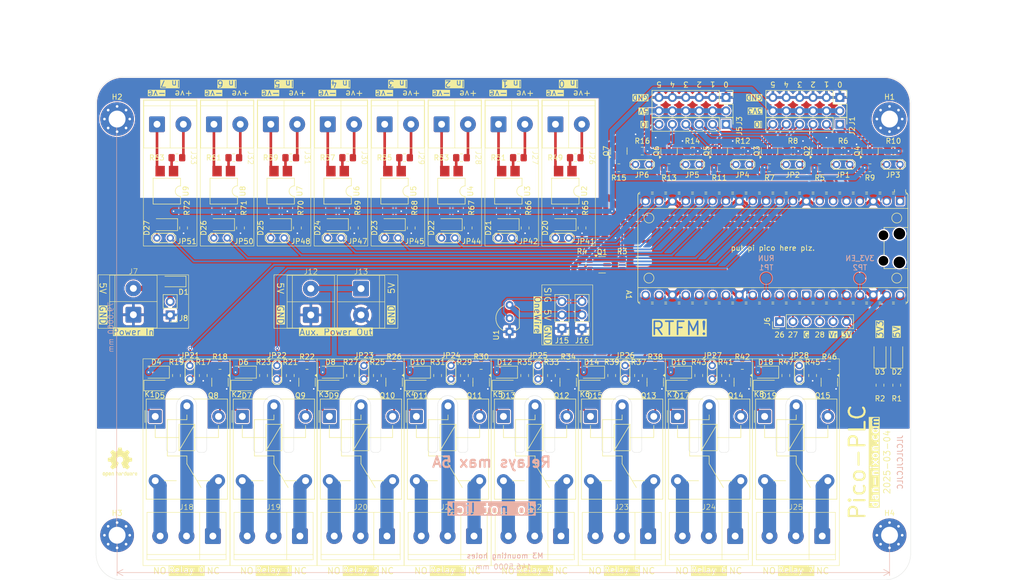
<source format=kicad_pcb>
(kicad_pcb (version 20241229) (generator "pcbnew") (generator_version "9.0")
  (layers (0 "F.Cu" signal) (2 "B.Cu" signal) (13 "F.Paste" user) (15 "B.Paste" user) (5 "F.SilkS" user "F.Silkscreen") (7 "B.SilkS" user "B.Silkscreen") (1 "F.Mask" user) (3 "B.Mask" user) (25 "Edge.Cuts" user))
  (net 0 "")
  (net 1 "/IO26")
  (net 2 "/IO12")
  (net 3 "GND")
  (net 4 "/IO9")
  (net 5 "/IO3")
  (net 6 "/IO11")
  (net 7 "/IO0")
  (net 8 "+5V")
  (net 9 "/IO28")
  (net 10 "/IO16")
  (net 11 "/IO15")
  (net 12 "/IO4")
  (net 13 "/IO22")
  (net 14 "/IO19")
  (net 15 "/ADC_VREF")
  (net 17 "/3V3_EN")
  (net 18 "/IO27")
  (net 19 "/IO20")
  (net 20 "/IO5")
  (net 21 "GNDA")
  (net 22 "/IO6")
  (net 23 "/IO18")
  (net 24 "/IO8")
  (net 25 "/IO10")
  (net 26 "/RUN")
  (net 27 "/IO1")
  (net 28 "/IO17")
  (net 29 "/IO7")
  (net 30 "/IO13")
  (net 31 "/IO2")
  (net 32 "+3V3")
  (net 33 "/IO21")
  (net 34 "/IO14")
  (net 35 "/Power/Power In")
  (net 36 "Net-(D2-K)")
  (net 37 "Net-(D3-K)")
  (net 38 "Net-(D5-A)")
  (net 39 "Net-(D4-K)")
  (net 40 "Net-(D7-A)")
  (net 41 "Net-(D6-K)")
  (net 42 "Net-(D9-A)")
  (net 43 "Net-(D8-K)")
  (net 44 "Net-(D10-K)")
  (net 45 "Net-(D11-A)")
  (net 46 "Net-(D12-K)")
  (net 47 "Net-(D13-A)")
  (net 48 "Net-(D14-K)")
  (net 49 "Net-(D15-A)")
  (net 50 "Net-(D17-A)")
  (net 51 "Net-(D16-K)")
  (net 52 "Net-(D18-K)")
  (net 53 "Net-(D19-A)")
  (net 54 "Net-(JP1-B)")
  (net 55 "Net-(JP2-B)")
  (net 56 "Net-(JP3-B)")
  (net 57 "Net-(JP4-B)")
  (net 58 "Net-(JP5-B)")
  (net 59 "Net-(JP6-B)")
  (net 60 "/General IO/IO2_SHIFTED")
  (net 61 "/General IO/IO5_SHIFTED")
  (net 62 "/General IO/IO3_SHIFTED")
  (net 63 "/General IO/IO0_SHIFTED")
  (net 64 "/General IO/IO4_SHIFTED")
  (net 65 "/General IO/IO1_SHIFTED")
  (net 66 "/OneWire/ONEWIRE_5V")
  (net 67 "/Opto Inputs/Input 1/COM")
  (net 68 "/Opto Inputs/Input 1/SIG")
  (net 69 "/Opto Inputs/Input 2/COM")
  (net 70 "/Opto Inputs/Input 2/SIG")
  (net 71 "/Opto Inputs/Input 3/SIG")
  (net 72 "/Opto Inputs/Input 3/COM")
  (net 73 "/Opto Inputs/Input 4/SIG")
  (net 74 "/Opto Inputs/Input 4/COM")
  (net 75 "/Opto Inputs/Input 5/SIG")
  (net 76 "/Opto Inputs/Input 5/COM")
  (net 77 "/Opto Inputs/Input 6/SIG")
  (net 78 "/Opto Inputs/Input 6/COM")
  (net 79 "/Opto Inputs/Input 7/COM")
  (net 80 "/Opto Inputs/Input 7/SIG")
  (net 81 "/Opto Inputs/Input 0/COM")
  (net 82 "/Opto Inputs/Input 0/SIG")
  (net 83 "/Relays/Relay 0/NO")
  (net 84 "/Relays/Relay 0/COM")
  (net 85 "/Relays/Relay 0/NC")
  (net 86 "/Relays/Relay 1/COM")
  (net 87 "/Relays/Relay 1/NO")
  (net 88 "/Relays/Relay 1/NC")
  (net 89 "/Relays/Relay 2/NO")
  (net 90 "/Relays/Relay 2/NC")
  (net 91 "/Relays/Relay 2/COM")
  (net 92 "/Relays/Relay 3/NC")
  (net 93 "/Relays/Relay 3/NO")
  (net 94 "/Relays/Relay 3/COM")
  (net 95 "/Relays/Relay 4/NC")
  (net 96 "/Relays/Relay 4/NO")
  (net 97 "/Relays/Relay 4/COM")
  (net 98 "/Relays/Relay 5/NO")
  (net 99 "/Relays/Relay 5/COM")
  (net 100 "/Relays/Relay 5/NC")
  (net 101 "/Relays/Relay 6/COM")
  (net 102 "/Relays/Relay 6/NC")
  (net 103 "/Relays/Relay 6/NO")
  (net 104 "/Relays/Relay 7/NO")
  (net 105 "/Relays/Relay 7/NC")
  (net 106 "/Relays/Relay 7/COM")
  (net 108 "Net-(D20-K)")
  (net 109 "Net-(D20-A)")
  (net 110 "Net-(D21-A)")
  (net 111 "Net-(D21-K)")
  (net 112 "Net-(D22-A)")
  (net 113 "Net-(D22-K)")
  (net 114 "Net-(D23-K)")
  (net 115 "Net-(D23-A)")
  (net 116 "Net-(D24-K)")
  (net 117 "Net-(D24-A)")
  (net 118 "Net-(D25-K)")
  (net 119 "Net-(D25-A)")
  (net 120 "Net-(D26-K)")
  (net 121 "Net-(D26-A)")
  (net 122 "Net-(D27-A)")
  (net 123 "Net-(D27-K)")
  (net 124 "Net-(JP21-B)")
  (net 125 "Net-(JP22-B)")
  (net 126 "Net-(JP23-B)")
  (net 127 "Net-(JP24-B)")
  (net 128 "Net-(JP25-B)")
  (net 129 "Net-(JP26-B)")
  (net 130 "Net-(JP27-B)")
  (net 131 "Net-(JP28-B)")
  (net 132 "Net-(Q8-G)")
  (net 133 "Net-(Q9-G)")
  (net 134 "Net-(Q10-G)")
  (net 135 "Net-(Q11-G)")
  (net 136 "Net-(Q12-G)")
  (net 137 "Net-(Q13-G)")
  (net 138 "Net-(Q14-G)")
  (net 139 "Net-(Q15-G)")
  (net 140 "Net-(R49-Pad2)")
  (net 141 "Net-(R51-Pad2)")
  (net 142 "Net-(R53-Pad2)")
  (net 143 "Net-(R55-Pad2)")
  (net 144 "Net-(R57-Pad2)")
  (net 145 "Net-(R59-Pad2)")
  (net 146 "Net-(R61-Pad2)")
  (net 147 "Net-(R63-Pad2)")
  (footprint "Diode_SMD:D_SOD-123" (layer "F.Cu") (at 115.49 96.5875)
    (property "Reference" "D13")
    (property "Value" "D_Schottky")
  )
  (footprint "Conn_ScrewTerminals:CTB7000-2" (layer "F.Cu") (at 127.635 46.99 180)
    (property "Reference" "J26")
    (property "Value" "Screw_Terminal_01x02")
  )
  (footprint "Package_DIP:SMDIP-4_W7.62mm" (layer "F.Cu") (at 51.435 59.69 -90)
    (property "Reference" "U9")
    (property "Value" "VO615A")
  )
  (footprint "Relay_THT:Relay_SPDT_Finder_36.11" (layer "F.Cu") (at 131.7825 102.4525)
    (property "Reference" "K6")
    (property "Value" "Relay_SPDT")
  )
  (footprint "Connector_PinHeader_2.54mm:PinHeader_1x02_P2.54mm_Vertical" (layer "F.Cu") (at 52.07 83.185 180)
    (property "Reference" "J8")
    (property "Value" "Conn_01x02")
  )
  (footprint "Diode_SMD:D_SOD-123" (layer "F.Cu") (at 165.02 96.5875)
    (property "Reference" "D19")
    (property "Value" "D_Schottky")
  )
  (footprint "Conn_ScrewTerminals:CTB7000-3" (layer "F.Cu") (at 71.675 125.1625)
    (property "Reference" "J19")
    (property "Value" "Screw_Terminal_01x03")
  )
  (footprint "LED_SMD:LED_1206_3216Metric_Pad1.42x1.75mm_HandSolder" (layer "F.Cu") (at 104.9925 66.04 180)
    (property "Reference" "D22")
    (property "Value" "LED")
  )
  (footprint "Diode_SMD:D_SOD-123" (layer "F.Cu") (at 148.51 96.5875)
    (property "Reference" "D17")
    (property "Value" "D_Schottky")
  )
  (footprint "Diode_SMD:D_SOD-123" (layer "F.Cu") (at 65.96 96.5875)
    (property "Reference" "D7")
    (property "Value" "D_Schottky")
  )
  (footprint "Package_TO_SOT_SMD:SOT-23-3" (layer "F.Cu") (at 61.515 95.9525 -90)
    (property "Reference" "Q8")
    (property "Value" "NDS355AN")
  )
  (footprint "LED_SMD:LED_1206_3216Metric_Pad1.42x1.75mm_HandSolder" (layer "F.Cu") (at 94.1975 66.04 180)
    (property "Reference" "D23")
    (property "Value" "LED")
  )
  (footprint "Conn_ScrewTerminals:CTB7000-2" (layer "F.Cu") (at 62.865 46.99 180)
    (property "Reference" "J32")
    (property "Value" "Screw_Terminal_01x02")
  )
  (footprint "TestPoint:TestPoint_2Pads_Pitch2.54mm_Drill0.8mm" (layer "F.Cu") (at 152.38 54.61 180)
    (property "Reference" "JP5")
    (property "Value" "Jumper_2_Open")
  )
  (footprint "Resistor_SMD:R_0805_2012Metric_Pad1.20x1.40mm_HandSolder" (layer "F.Cu") (at 146.685 55.245)
    (property "Reference" "R13")
    (property "Value" "10k")
  )
  (footprint "Conn_ScrewTerminals:CTB7000-2" (layer "F.Cu") (at 73.66 46.99 180)
    (property "Reference" "J31")
    (property "Value" "Screw_Terminal_01x02")
  )
  (footprint "Conn_ScrewTerminals:CTB7000-2" (layer "F.Cu") (at 95.25 46.99 180)
    (property "Reference" "J29")
    (property "Value" "Screw_Terminal_01x02")
  )
  (footprint "Conn_ScrewTerminals:CTB7000-2" (layer "F.Cu") (at 52.07 46.99 180)
    (property "Reference" "J33")
    (property "Value" "Screw_Terminal_01x02")
  )
  (footprint "Symbol:OSHW-Logo2_7.3x6mm_SilkScreen" (layer "F.Cu") (at 42.545 111.125)
    (property "Reference" "REF**" (hide yes))
    (property "Value" "OSHW-Logo2_7.3x6mm_SilkScreen" (hide yes))
  )
  (footprint "TestPoint:TestPoint_2Pads_Pitch2.54mm_Drill0.8mm" (layer "F.Cu") (at 55.8 92.7975 -90)
    (property "Reference" "JP21")
    (property "Value" "Jumper_2_Open")
  )
  (footprint "Resistor_SMD:R_0805_2012Metric_Pad1.20x1.40mm_HandSolder" (layer "F.Cu") (at 97.79 66.675 -90)
    (property "Reference" "R68")
    (property "Value" "470")
  )
  (footprint "Connector_PinHeader_2.54mm:PinHeader_1x03_P2.54mm_Vertical" (layer "F.Cu") (at 126.365 85.725 180)
    (property "Reference" "J15")
    (property "Value" "Conn_01x03")
  )
  (footprint "LED_SMD:LED_1206_3216Metric_Pad1.42x1.75mm_HandSolder" (layer "F.Cu") (at 51.0175 66.04 180)
    (property "Reference" "D27")
    (property "Value" "LED")
  )
  (footprint "Resistor_SMD:R_0805_2012Metric_Pad1.20x1.40mm_HandSolder" (layer "F.Cu") (at 78.025 92.7775)
    (property "Reference" "R22")
    (property "Value" "470")
  )
  (footprint "Resistor_SMD:R_0805_2012Metric_Pad1.20x1.40mm_HandSolder" (layer "F.Cu") (at 96.52 53.34 180)
    (property "Reference" "R55")
    (property "Value" "4k7")
  )
  (footprint "Connector_PinHeader_2.54mm:PinHeader_1x03_P2.54mm_Vertical" (layer "F.Cu") (at 130.175 85.71 180)
    (property "Reference" "J16")
    (property "Value" "Conn_01x03")
  )
  (footprint "Conn_ScrewTerminals:CTB7000-3" (layer "F.Cu") (at 170.735 125.1625)
    (property "Reference" "J25")
    (property "Value" "Screw_Terminal_01x03")
  )
  (footprint "Resistor_SMD:R_0805_2012Metric_Pad1.20x1.40mm_HandSolder" (layer "F.Cu") (at 141.605 52.07 180)
    (property "Reference" "R16")
    (property "Value" "10k")
  )
  (footprint "LED_SMD:LED_1206_3216Metric_Pad1.42x1.75mm_HandSolder" (layer "F.Cu") (at 126.5825 66.04 180)
    (property "Reference" "D20")
    (property "Value" "LED")
  )
  (footprint "Conn_ScrewTerminals:CTB7000-2" (layer "F.Cu") (at 116.84 46.99 180)
    (property "Reference" "J27")
    (property "Value" "Screw_Terminal_01x02")
  )
  (footprint "MountingHole:MountingHole_3.2mm_M3_Pad_Via" (layer "F.Cu") (at 42 125)
    (property "Reference" "H3")
    (property "Value" "MountingHole")
  )
  (footprint "Resistor_SMD:R_0805_2012Metric_Pad1.20x1.40mm_HandSolder" (layer "F.Cu") (at 69.77 94.6825 -90)
    (property "Reference" "R23")
    (property "Value" "470")
  )
  (footprint "LED_SMD:LED_1206_3216Metric_Pad1.42x1.75mm_HandSolder" (layer "F.Cu") (at 83.4025 66.04 180)
    (property "Reference" "D24")
    (property "Value" "LED")
  )
  (footprint "Resistor_SMD:R_0805_2012Metric_Pad1.20x1.40mm_HandSolder" (layer "F.Cu") (at 156.21 55.245)
    (property "Reference" "R11")
    (property "Value" "10k")
  )
  (footprint "Package_TO_SOT_SMD:SOT-23" (layer "F.Cu") (at 146.685 52.07 90)
    (property "Reference" "Q6")
    (property "Value" "BSS138")
  )
  (footprint "LED_SMD:LED_1206_3216Metric_Pad1.42x1.75mm_HandSolder" (layer "F.Cu") (at 186.69 90.805 90)
    (property "Reference" "D3")
    (property "Value" "3.3v On LED")
  )
  (footprint "Relay_THT:Relay_SPDT_Finder_36.11" (layer "F.Cu") (at 148.2925 102.4525)
    (property "Reference" "K7")
    (property "Value" "Relay_SPDT")
  )
  (footprint "Package_TO_SOT_SMD:SOT-23-3" (layer "F.Cu") (at 177.085 95.9525 -90)
    (property "Reference" "Q15")
    (property "Value" "NDS355AN")
  )
  (footprint "LED_SMD:LED_1206_3216Metric_Pad1.42x1.75mm_HandSolder" (layer "F.Cu") (at 132 94.0475 180)
    (property "Reference" "D14")
    (property "Value" "LED")
  )
  (footprint "Resistor_SMD:R_0805_2012Metric_Pad1.20x1.40mm_HandSolder" (layer "F.Cu") (at 65.405 66.675 -90)
    (property "Reference" "R71")
    (property "Value" "470")
  )
  (footprint "Conn_ScrewTerminals:CTB7000-3" (layer "F.Cu") (at 104.695 125.1625)
    (property "Reference" "J21")
    (property "Value" "Screw_Terminal_01x03")
  )
  (footprint "TestPoint:TestPoint_2Pads_Pitch2.54mm_Drill0.8mm" (layer "F.Cu") (at 138.35 92.7975 -90)
    (property "Reference" "JP26")
    (property "Value" "Jumper_2_Open")
  )
  (footprint "TestPoint:TestPoint_2Pads_Pitch2.54mm_Drill0.8mm" (layer "F.Cu") (at 72.31 92.7975 -90)
    (property "Reference" "JP22")
    (property "Value" "Jumper_2_Open")
  )
  (footprint "TestPoint:TestPoint_2Pads_Pitch2.54mm_Drill0.8mm" (layer "F.Cu") (at 154.86 92.7975 -90)
    (property "Reference" "JP27")
    (property "Value" "Jumper_2_Open")
  )
  (footprint "TestPoint:TestPoint_2Pads_Pitch2.54mm_Drill0.8mm" (layer "F.Cu") (at 171.43 54.61 180)
    (property "Reference" "JP2")
    (property "Value" "Jumper_2_Open")
  )
  (footprint "TestPoint:TestPoint_2Pads_Pitch2.54mm_Drill0.8mm" (layer "F.Cu") (at 190.48 54.61 180)
    (property "Reference" "JP3")
    (property "Value" "Jumper_2_Open")
  )
  (footprint "LED_SMD:LED_1206_3216Metric_Pad1.42x1.75mm_HandSolder" (layer "F.Cu") (at 61.8125 66.04 180)
    (property "Reference" "D26")
    (property "Value" "LED")
  )
  (footprint "Resistor_SMD:R_0805_2012Metric_Pad1.20x1.40mm_HandSolder" (layer "F.Cu") (at 179.705 52.07 180)
    (property "Reference" "R6")
    (property "Value" "10k")
  )
  (footprint "Resistor_SMD:R_0805_2012Metric_Pad1.20x1.40mm_HandSolder" (layer "F.Cu") (at 184.785 55.245)
    (property "Reference" "R9")
    (property "Value" "10k")
  )
  (footprint "Connector_PinHeader_2.54mm:PinHeader_1x06_P2.54mm_Vertical" (layer "F.Cu") (at 157.48 46.99 -90)
    (property "Reference" "J5")
    (property "Value" "Conn_01x06")
  )
  (footprint "Package_TO_SOT_SMD:SOT-23-3" (layer "F.Cu") (at 111.045 95.9525 -90)
    (property "Reference" "Q11")
    (property "Value" "NDS355AN")
  )
  (footprint "Resistor_SMD:R_0805_2012Metric_Pad1.20x1.40mm_HandSolder" (layer "F.Cu") (at 157.4 94.6825 -90)
    (property "Reference" "R41")
    (property "Value" "10k")
  )
  (footprint "Package_TO_SOT_SMD:SOT-23" (layer "F.Cu") (at 184.785 52.07 90)
    (property "Reference" "Q4")
    (property "Value" "BSS138")
  )
  (footprint "TestPoint:TestPoint_2Pads_Pitch2.54mm_Drill0.8mm" (layer "F.Cu") (at 88.82 92.7975 -90)
    (property "Reference" "JP23")
    (property "Value" "Jumper_2_Open")
  )
  (footprint "Diode_SMD:D_SOD-123" (layer "F.Cu") (at 52.705 76.835 180)
    (property "Reference" "D1")
    (property "Value" "D_Schottky")
  )
  (footprint "Package_DIP:SMDIP-4_W7.62mm" (layer "F.Cu") (at 73.025 59.69 -90)
    (property "Reference" "U7")
    (property "Value" "VO615A")
  )
  (footprint "Resistor_SMD:R_0805_2012Metric_Pad1.20x1.40mm_HandSolder" (layer "F.Cu") (at 119.3 94.6825 -90)
    (property "Reference" "R35")
    (property "Value" "470")
  )
  (footprint "Resistor_SMD:R_0805_2012Metric_Pad1.20x1.40mm_HandSolder" (layer "F.Cu") (at 54.61 66.675 -90)
    (property "Reference" "R72")
    (property "Value" "470")
  )
  (footprint "LED_SMD:LED_1206_3216Metric_Pad1.42x1.75mm_HandSolder" (layer "F.Cu") (at 115.49 94.0475 180)
    (property "Reference" "D12")
    (property "Value" "LED")
  )
  (footprint "Resistor_SMD:R_0805_2012Metric_Pad1.20x1.40mm_HandSolder" (layer "F.Cu") (at 170.18 52.07 180)
    (property "Reference" "R8")
    (property "Value" "10k")
  )
  (footprint "Resistor_SMD:R_0805_2012Metric_Pad1.20x1.40mm_HandSolder" (layer "F.Cu") (at 53.34 53.34 180)
    (property "Reference" "R63")
    (property "Value" "4k7")
  )
  (footprint "Diode_SMD:D_SOD-123" (layer "F.Cu") (at 82.47 96.5875)
    (property "Reference" "D9")
    (property "Value" "D_Schottky")
  )
  (footprint "MountingHole:MountingHole_3.2mm_M3_Pad_Via" (layer "F.Cu") (at 188.5 46)
    (property "Reference" "H1")
    (property "Value" "MountingHole")
  )
  (footprint "Resistor_SMD:R_0805_2012Metric_Pad1.20x1.40mm_HandSolder" (layer "F.Cu") (at 58.34 94.6825 -90)
    (property "Reference" "R17")
    (property "Value" "10k")
  )
  (footprint "Conn_ScrewTerminals:CTB7000-2" (layer "F.Cu") (at 106.045 46.99 180)
    (property "Reference" "J28")
    (property "Value" "Screw_Terminal_01x02")
  )
  (footprint "Connector_PinHeader_2.54mm:PinHeader_2x06_P2.54mm_Vertical" (layer "F.Cu") (at 179.07 41.905 -90)
    (property "Reference" "J1")
    (property "Value" "Conn_02x06_Odd_Even")
  )
  (footprint "Conn_ScrewTerminals:CTB7000-2" (layer "F.Cu") (at 78.74 80.685 -90)
    (property "Reference" "J12")
    (property "Value" "Screw_Terminal_01x02")
  )
  (footprint "LED_SMD:LED_1206_3216Metric_Pad1.42x1.75mm_HandSolder" (layer "F.Cu") (at 148.51 94.0475 180)
    (property "Reference" "D16")
    (property "Value" "LED")
  )
  (footprint "Resistor_SMD:R_0805_2012Metric_Pad1.20x1.40mm_HandSolder" (layer "F.Cu") (at 165.735 55.245)
    (property "Reference" "R7")
    (property "Value" "10k")
  )
  (footprint "Resistor_SMD:R_0805_2012Metric_Pad1.20x1.40mm_HandSolder" (layer "F.Cu") (at 53.26 94.6825 -90)
    (property "Reference" "R19")
    (property "Value" "470")
  )
  (footprint "Diode_SMD:D_SOD-123" (layer "F.Cu") (at 49.45 96.5875)
    (property "Reference" "D5")
    (property "Value" "D_Schottky")
  )
  (footprint "TestPoint:TestPoint_2Pads_Pitch2.54mm_Drill0.8mm" (layer "F.Cu") (at 180.955 54.61 180)
    (property "Reference" "JP1")
    (property "Value" "Jumper_2_Open")
  )
  (footprint "Package_TO_SOT_SMD:SOT-23-3" (layer "F.Cu") (at 127.555 95.9525 -90)
    (property "Reference" "Q12")
    (property "Value" "NDS355AN")
  )
  (footprint "Relay_THT:Relay_SPDT_Finder_36.11" (layer "F.Cu") (at 164.8025 102.4525)
    (property "Reference" "K8")
    (property "Value" "Relay_SPDT")
  )
  (footprint "Conn_ScrewTerminals:CTB7000-3" (layer "F.Cu") (at 154.225 125.1625)
    (property "Reference" "J24")
    (property "Value" "Screw_Terminal_01x03")
  )
  (footprint "TestPoint:TestPoint_2Pads_Pitch2.54mm_Drill0.8mm" (layer "F.Cu") (at 81.935 68.58)
    (property "Reference" "JP47")
    (property "Value" "Jumper_2_Open")
  )
  (footprint "Resistor_SMD:R_0805_2012Metric_Pad1.20x1.40mm_HandSolder" (layer "F.Cu") (at 152.32 94.6825 -90)
    (property "Reference" "R43")
    (property "Value" "470")
  )
  (footprint "Conn_ScrewTerminals:CTB7000-2" (layer "F.Cu") (at 45.085 80.645 -90)
    (property "Reference" "J7")
    (property "Value" "Screw_Terminal_01x02")
  )
  (footprint "Package_TO_SOT_SMD:SOT-23" (layer "F.Cu") (at 137.16 52.07 90)
    (property "Reference" "Q7")
    (property "Value" "BSS138")
  )
  (footprint "Resistor_SMD:R_0805_2012Metric_Pad1.20x1.40mm_HandSolder" (layer "F.Cu") (at 107.315 53.34 180)
    (property "Reference" "R53")
    (property "Value" "4k7")
  )
  (footprint "TestPoint:TestPoint_2Pads_Pitch2.54mm_Drill0.8mm" (layer "F.Cu") (at 142.855 54.61 180)
    (property "Reference" "JP6")
    (property "Value" "Jumper_2_Open")
  )
  (footprint "Resistor_SMD:R_0805_2012Metric_Pad1.20x1.40mm_HandSolder" (layer "F.Cu") (at 86.28 94.6825 -90)
    (property "Reference" "R27")
    (property "Value" "470")
  )
  (footprint "Resistor_SMD:R_0805_2012Metric_Pad1.20x1.40mm_HandSolder" (layer "F.Cu") (at 177.085 92.7775)
    (property "Reference" "R46")
    (property "Value" "470")
  )
  (footprint "Resistor_SMD:R_0805_2012Metric_Pad1.20x1.40mm_HandSolder" (layer "F.Cu") (at 189.23 52.07 180)
    (property "Reference" "R10")
    (property "Value" "10k")
  )
  (footprint "Resistor_SMD:R_0805_2012Metric_Pad1.20x1.40mm_HandSolder" (layer "F.Cu") (at 127.555 92.7775)
    (property "Reference" "R34")
    (property "Value" "470")
  )
  (footprint "Conn_ScrewTerminals:CTB7000-2" (layer "F.Cu") (at 84.455 46.99 180)
    (property "Reference" "J30")
    (property "Value" "Screw_Terminal_01x02")
  )
  (footprint "Resistor_SMD:R_0805_2012Metric_Pad1.20x1.40mm_HandSolder" (layer "F.Cu") (at 108.585 66.675 -90)
    (property "Reference" "R67")
    (property "Value" "470")
  )
  (footprint "TestPoint:TestPoint_2Pads_Pitch2.54mm_Drill0.8mm" (layer "F.Cu") (at 125.115 68.58)
    (property "Reference" "JP41")
    (property "Value" "Jumper_2_Open")
  )
  (footprint "Resistor_SMD:R_0805_2012Metric_Pad1.20x1.40mm_HandSolder" (layer "F.Cu") (at 119.38 66.675 -90)
    (property "Reference" "R66")
    (property "Value" "470")
  )
  (footprint "TestPoint:TestPoint_2Pads_Pitch2.54mm_Drill0.8mm" (layer "F.Cu") (at 121.84 92.7975 -90)
    (property "Reference" "JP25")
    (property "Value" "Jumper_2_Open")
  )
  (footprint "Resistor_SMD:R_0805_2012Metric_Pad1.20x1.40mm_HandSolder" (layer "F.Cu") (at 74.85 94.6825 -90)
    (property "Reference" "R21")
    (property "Value" "10k")
  )
  (footprint "MountingHole:MountingHole_3.2mm_M3_Pad_Via" (layer "F.Cu") (at 188.5 125)
    (property "Reference" "H4")
    (property "Value" "MountingHole")
  )
  (footprint "TestPoint:TestPoint_2Pads_Pitch2.54mm_Drill0.8mm" (layer "F.Cu") (at 105.33 92.7975 -90)
    (property "Reference" "JP24")
    (property "Value" "Jumper_2_Open")
  )
  (footprint "Package_TO_SOT_SMD:SOT-23-3" (layer "F.Cu") (at 94.535 95.9525 -90)
    (property "Reference" "Q10")
    (property "Value" "NDS355AN")
  )
  (footprint "Conn_ScrewTerminals:CTB7000-3" (layer "F.Cu") (at 137.715 125.1625)
    (property "Reference" "J23")
    (property "Value" "Screw_Terminal_01x03")
  )
  (footprint "Resistor_SMD:R_0805_2012Metric_Pad1.20x1.40mm_HandSolder" (layer "F.Cu") (at 111.045 92.7775)
    (property "Reference" "R30")
    (property "Value" "470")
  )
  (footprint "Connector_PinHeader_2.54mm:PinHeader_1x06_P2.54mm_Vertical" (layer "F.Cu") (at 179.07 46.99 -90)
    (property "Reference" "J2")
    (property "Value" "Conn_01x06")
  )
  (footprint "Relay_THT:Relay_SPDT_Finder_36.11" (layer "F.Cu") (at 115.2725 102.4525)
    (property "Reference" "K5")
    (property "Value" "Relay_SPDT")
  )
  (footprint "Diode_SMD:D_SOD-123" (layer "F.Cu") (at 98.98 96.5875)
    (property "Reference" "D11")
    (property "Value" "D_Schottky")
  )
  (footprint "Package_TO_SOT_SMD:SOT-23-3" (layer "F.Cu") (at 160.575 95.9525 -90)
    (property "Reference" "Q14")
    (property "Value" "NDS355AN")
  )
  (footprint "Package_TO_SOT_SMD:SOT-23-3" (layer "F.Cu") (at 78.025 95.9525 -90)
    (property "Reference" "Q9")
    (property "Value" "NDS355AN")
  )
  (footprint "LED_SMD:LED_1206_3216Metric_Pad1.42x1.75mm_HandSolder" (layer "F.Cu") (at 82.47 94.0475 180)
    (property "Reference" "D8")
    (property "Value" "LED")
  )
  (footprint "TestPoint:TestPoint_2Pads_Pitch2.54mm_Drill0.8mm" (layer "F.Cu") (at 103.525 68.58)
    (property "Reference" "JP44")
    (property "Value" "Jumper_2_Open")
  )
  (footprint "LED_SMD:LED_1206_3216Metric_Pad1.42x1.75mm_HandSolder" (layer "F.Cu") (at 115.7875 66.04 180)
    (property "Reference" "D21")
    (property "Value" "LED")
  )
  (footprint "Conn_ScrewTerminals:CTB7000-2" (layer "F.Cu") (at 88.265 80.685 90)
    (property "Reference" "J13")
    (property "Value" "Screw_Terminal_01x02")
  )
  (footprint "Package_TO_SOT_SMD:SOT-23" (layer "F.Cu") (at 175.26 52.07 90)
    (property "Reference" "Q2")
    (property "Value" "BSS138")
  )
  (footprint "Resistor_SMD:R_0805_2012Metric_Pad1.20x1.40mm_HandSolder" (layer "F.Cu") (at 61.515 92.7775)
    (property "Reference" "R18")
    (property "Value" "470")
  )
  (footprint "Resistor_SMD:R_0805_2012Metric_Pad1.20x1.40mm_HandSolder" (layer "F.Cu") (at 137.795 73.66 -90)
    (property "Reference" "R3")
    (property "Value" "2.2K")
  )
  (footprint "TestPoint:TestPoint_2Pads_Pitch2.54mm_Drill0.8mm" (layer "F.Cu") (at 60.345 68.58)
    (property "Reference" "JP50")
    (property "Value" "Jumper_2_Open")
  )
  (footprint "LED_SMD:LED_1206_3216Metric_Pad1.42x1.75mm_HandSolder" (layer "F.Cu") (at 65.96 94.0475 180)
    (property "Reference" "D6")
    (property "Value" "LED")
  )
  (footprint "RaspberryPi_Pico:RaspberryPi_Pico_Common" (layer "F.Cu") (at 166.37 70.485 -90)
    (property "Reference" "A1")
    (property "Value" "RaspberryPi_Pico")
  )
  (footprint "LED_SMD:LED_1206_3216Metric_Pad1.42x1.75mm_HandSolder" (layer "F.Cu") (at 72.6075 66.04 180)
    (property "Reference" "D25")
    (property "Value" "LED")
  )
  (footprint "TestPoint:TestPoint_2Pads_Pitch2.54mm_Drill0.8mm" (layer "F.Cu") (at 92.73 68.58)
    (property "Reference" "JP45")
    (property "Value" "Jumper_2_Open")
  )
  (footprint "Connector_PinHeader_2.54mm:PinHeader_1x06_P2.54mm_Vertical" (layer "F.Cu") (at 167.64 84.455 90)
    (property "Reference" "J6")
    (property "Value" "Conn_01x06")
  )
  (footprint "Resistor_SMD:R_0805_2012Metric_Pad1.20x1.40mm_HandSolder" (layer "F.Cu") (at 91.36 94.6825 -90)
    (property "Reference" "R25")
    (property "Value" "10k")
  )
  (footprint "Resistor_SMD:R_0805_2012Metric_Pad1.20x1.40mm_HandSolder" (layer "F.Cu") (at 175.26 55.245)
    (property "Reference" "R5")
    (property "Value" "10k")
  )
  (footprint "Resistor_SMD:R_0805_2012Metric_Pad1.20x1.40mm_HandSolder" (layer "F.Cu") (at 94.535 92.7775)
    (property "Reference" "R26")
    (property "Value" "470")
  )
  (footprint "Relay_THT:Relay_SPDT_Finder_36.11" (layer "F.Cu") (at 82.2525 102.4525)
    (property "Reference" "K3")
    (property "Value" "Relay_SPDT")
  )
  (footprint "Package_TO_SOT_SMD:SOT-23-3" (layer "F.Cu") (at 144.065 95.9525 -90)
    (property "Reference" "Q13")
    (property "Value" "NDS355AN")
  )
  (footprint "Package_TO_SOT_SMD:SOT-23" (layer "F.Cu") (at 165.735 52.07 90)
    (property "Reference" "Q3")
    (property "Value" "BSS138")
  )
  (footprint "Package_TO_SOT_THT:TO-92_Inline_Wide" (layer "F.Cu") (at 116.438 86.36 90)
    (property "Reference" "U1")
    (property "Value" "DS18B20")
  )
  (footprint "Package_TO_SOT_SMD:SOT-23" (layer "F.Cu") (at 156.21 52.07 90)
    (property "Reference" "Q5")
    (property "Value" "BSS138")
  )
  (footprint "Package_DIP:SMDIP-4_W7.62mm" (layer "F.Cu") (at 62.23 59.69 -90)
    (property "Reference" "U8")
    (property "Value" "VO615A")
  )
  (footprint "Resistor_SMD:R_0805_2012Metric_Pad1.20x1.40mm_HandSolder" (layer "F.Cu") (at 151.13 52.07 180)
    (property "Reference" "R14")
    (property "Value" "10k")
  )
  (footprint "Resistor_SMD:R_0805_2012Metric_Pad1.20x1.40mm_HandSolder" (layer "F.Cu") (at 135.81 94.6825 -90)
    (property "Reference" "R39")
    (property "Value" "470")
  )
  (footprint "Resistor_SMD:R_0805_2012Metric_Pad1.20x1.40mm_HandSolder" (layer "F.Cu") (at 124.38 94.6825 -90)
    (property "Reference" "R33")
    (property "Value" "10k")
  )
  (footprint "Resistor_SMD:R_0805_2012Metric_Pad1.20x1.40mm_HandSolder" (layer "F.Cu") (at 85.725 53.34 180)
    (property "Reference" "R57")
    (property "Value" "4k7")
  )
  (footprint "Relay_THT:Relay_SPDT_Finder_36.11" (layer "F.Cu") (at 98.7625 102.4525)
    (property "Reference" "K4")
    (property "Value" "Relay_SPDT")
  )
  (footprint "Conn_ScrewTerminals:CTB7000-3" (layer "F.Cu") (at 55.165 125.1625)
    (property "Reference" "J18")
    (property "Value" "Screw_Terminal_01x03")
  )
  (footprint "Conn_ScrewTerminals:CTB7000-3" (layer "F.Cu") (at 88.185 125.1625)
    (property "Reference" "J20")
    (property "Value" "Screw_Terminal_01x03")
  )
  (footprint "Resistor_SMD:R_0805_2012Metric_Pad1.20x1.40mm_HandSolder" (layer "F.Cu") (at 130.175 73.66 -90)
    (property "Reference" "R4")
    (property "Value" "2.2K")
  )
  (footprint "MountingHole:MountingHole_3.2mm_M3_Pad_Via" (layer "F.Cu") (at 42 46)
    (property "Reference" "H2")
    (property "Value" "MountingHole")
  )
  (footprint "TestPoint:TestPoint_2Pads_Pitch2.54mm_Drill0.8mm" (layer "F.Cu") (at 161.905 54.61 180)
    (property "Reference" "JP4")
    (property "Value" "Jumper_2_Open")
  )
  (footprint "Resistor_SMD:R_0805_2012Metric_Pad1.20x1.40mm_HandSolder" (layer "F.Cu") (at 160.655 52.07 180)
    (property "Reference" "R12")
    (property "Value" "10k")
  )
  (footprint "TestPoint:TestPoint_2Pads_Pitch2.54mm_Drill0.8mm" (layer "F.Cu") (at 71.14 68.58)
    (property "Reference" "JP48")
    (property "Value" "Jumper_2_Open")
  )
  (footprint "Package_DIP:SMDIP-4_W7.62mm" (layer "F.Cu") (at 94.615 59.69 -90)
    (property "Reference" "U5")
    (property "Value" "VO615A")
  )
  (footprint "Resistor_SMD:R_0805_2012Metric_Pad1.20x1.40mm_HandSolder" (layer "F.Cu") (at 128.905 53.34 180)
    (property "Reference" "R49")
    (property "Value" "4k7")
  )
  (footprint "Package_DIP:SMDIP-4_W7.62mm" (layer "F.Cu") (at 127 59.69 -90)
    (property "Reference" "U2")
    (property "Value" "VO615A")
  )
  (footprint "Resistor_SMD:R_0805_2012Metric_Pad1.20x1.40mm_HandSolder" (layer "F.Cu") (at 86.995 66.675 -90)
    (property "Reference" "R69")
    (property "Value" "470")
  )
  (footprint "Resistor_SMD:R_0805_2012Metric_Pad1.20x1.40mm_HandSolder" (layer "F.Cu") (at 130.175 66.675 -90)
    (property "Reference" "R65")
    (property "Value" "470")
  )
  (footprint "Package_DIP:SMDIP-4_W7.62mm" (layer "F.Cu") (at 105.41 59.69 -90)
    (property "Reference" "U4")
    (property "Value" "VO615A")
  )
  (footprint "Resistor_SMD:R_0805_2012Metric_Pad1.20x1.40mm_HandSolder" (layer "F.Cu") (at 189.865 96.52 -90)
    (property "Reference" "R1")
    (property "Value" "470")
  )
  (footprint "Resistor_SMD:R_0805_2012Metric_Pad1.20x1.40mm_HandSolder" (layer "F.Cu") (at 140.89 94.6825 -90)
    (property "Reference" "R37")
    (property "Value" "10k")
  )
  (footprint "LED_SMD:LED_1206_3216Metric_Pad1.42x1.75mm_HandSolder" (layer "F.Cu") (at 49.45 94.0475 180)
    (property "Reference" "D4")
    (property "Value" "LED")
  )
  (footprint "Package_DIP:SMDIP-4_W7.62mm" (layer "F.Cu") (at 116.205 59.69 -90)
    (property "Reference" "U3")
    (property "Value" "VO615A")
  )
  (footprint "Resistor_SMD:R_0805_2012Metric_Pad1.20x1.40mm_HandSolder" (layer "F.Cu") (at 64.135 53.34 180)
    (property "Reference" "R61")
    (property "Value" "4k7")
  )
  (footprint "Package_TO_SOT_SMD:SOT-23" (layer "F.Cu") (at 133.985 73.66)
    (property "Reference" "Q1")
    (property "Value" "BSS138")
  )
  (footprint "TestPoint:TestPoint_2Pads_Pitch2.54mm_Drill0.8mm" (layer "F.Cu") (at 114.32 68.58)
    (property "Reference" "JP42")
    (property "Value" "Jumper_2_Open")
  )
  (footprint "Resistor_SMD:R_0805_2012Metric_Pad1.20x1.40mm_HandSolder" (layer "F.Cu") (at 74.93 53.34 180)
    (property "Reference" "R59")
    (property "Value" "4k7")
  )
  (footprint "Connector_PinHeader_2.54mm:PinHeader_2x06_P2.54mm_Vertical" (layer "F.Cu") (at 157.48 41.905 -90)
    (property "Reference" "J3")
    (property "Value" "Conn_02x06_Odd_Even")
  )
  (footprint "Resistor_SMD:R_0805_2012Metric_Pad1.20x1.40mm_HandSolder" (layer "F.Cu") (at 118.11 53.34 180)
    (property "Reference" "R51")
    (property "Value" "4k7")
  )
  (footprint "Resistor_SMD:R_0805_2012Metric_Pad1.20x1.40mm_HandSolder" (layer "F.Cu") (at 137.16 55.245)
    (property "Reference" "R15")
    (property "Value" "10k")
  )
  (footprint "TestPoint:TestPoint_2Pads_Pitch2.54mm_Drill0.8mm" (layer "F.Cu") (at 49.55 68.58)
    (property "Reference" "JP51")
    (property "Value" "Jumper_2_Open")
  )
  (footprint "Diode_SMD:D_SOD-123" (layer "F.Cu") (at 132 96.5875)
    (property "Reference" "D15")
    (property "Value" "D_Schottky")
  )
  (footprint "Resistor_SMD:R_0805_2012Metric_Pad1.20x1.40mm_HandSolder" (layer "F.Cu") (at 76.2 66.675 -90)
    (property "Reference" "R70")
    (property "Value" "470")
  )
  (footprint "LED_SMD:LED_1206_3216Metric_Pad1.42x1.75mm_HandSolder" (layer "F.Cu") (at 165.02 94.0475 180)
    (property "Reference" "D18")
    (property "Value" "LED")
  )
  (footprint "LED_SMD:LED_1206_3216Metric_Pad1.42x1.75mm_HandSolder" (layer "F.Cu") (at 98.98 94.0475 180)
    (property "Reference" "D10")
    (property "Value" "LED")
  )
  (footprint "LED_SMD:LED_1206_3216Metric_Pad1.42x1.75mm_HandSolder" (layer "F.Cu") (at 189.865 90.805 90)
    (property "Reference" "D2")
    (property "Value" "Power In LED")
  )
  (footprint "Resistor_SMD:R_0805_2012Metric_Pad1.20x1.40mm_HandSolder" (layer "F.Cu") (at 107.87 94.6825 -90)
    (property "Reference" "R29")
    (property "Value" "10k")
  )
  (footprint "Package_DIP:SMDIP-4_W7.62mm" (layer "F.Cu") (at 83.82 59.69 -90)
    (property "Reference" "U6")
    (property "Value" "VO615A")
  )
  (footprint "Resistor_SMD:R_0805_2012Metric_Pad1.20x1.40mm_HandSolder" (layer "F.Cu") (at 168.83 94.6825 -90)
    (property "Reference" "R47")
    (property "Value" "470")
  )
  (footprint "Resistor_SMD:R_0805_2012Metric_Pad1.20x1.40mm_HandSolder" (layer "F.Cu") (at 102.79 94.6825 -90)
    (property "Reference" "R31")
    (property "Value" "470")
  )
  (footprint "Resistor_SMD:R_0805_2012Metric_Pad1.20x1.40mm_HandSolder" (layer "F.Cu") (at 144.065 92.7775)
    (property "Reference" "R38")
    (property "Value" "470")
  )
  (footprint "Relay_THT:Relay_SPDT_Finder_36.11" (layer "F.Cu") (at 49.2325 102.4525)
    (property "Reference" "K1")
    (property "Value" "Relay_SPDT")
  )
  (footprint "TestPoint:TestPoint_2Pads_Pitch2.54mm_Drill0.8mm" (layer "F.Cu") (at 171.37 92.7975 -90)
    (property "Reference" "JP28")
    (property "Value" "Jumper_2_Open")
  )
  (footprint "Resistor_SMD:R_0805_2012Metric_Pad1.20x1.40mm_HandSolder" (layer "F.Cu") (at 186.69 96.52 -90)
    (property "Reference" "R2")
    (property "Value" "330")
  )
  (footprint "Resistor_SMD:R_0805_2012Metric_Pad1.20x1.40mm_HandSolder" (layer "F.Cu") (at 160.575 92.7775)
    (property "Reference" "R42")
    (property "Value" "470")
  )
  (footprint "Resistor_SMD:R_0805_2012Metric_Pad1.20x1.40mm_HandSolder" (layer "F.Cu") (at 173.91 94.6825 -90)
    (property "Reference" "R45")
    (property "Value" "10k")
  )
  (footprint "Relay_THT:Relay_SPDT_Finder_36.11" (layer "F.Cu") (at 65.7425 102.4525)
    (property "Reference" "K2")
    (property "Value" "Relay_SPDT")
  )
  (footprint "Conn_ScrewTerminals:CTB7000-3" (layer "F.Cu") (at 121.205 125.1625)
    (property "Reference" "J22")
    (property "Value" "Screw_Terminal_01x03")
  )
  (footprint "TestPoint:TestPoint_Pad_D2.0mm" (layer "B.Cu") (at 165.1 76.2 180)
    (property "Reference" "TP1")
    (property "Value" "Run")
  )
  (footprint "TestPoint:TestPoint_Pad_D2.0mm" (layer "B.Cu") (at 182.88 76.2 180)
    (property "Reference" "TP2")
    (property "Value" "3.3V En")
  )
  (gr_rect (start 90.17 42.291) (end 100.33 70.104) (stroke (width 0.1)) (fill no) (layer "F.SilkS"))
  (gr_rect (start 68.58 42.291) (end 78.74 70.104) (stroke (width 0.1)) (fill no) (layer "F.SilkS"))
  (gr_rect (start 38.4175 75.565) (end 55.5625 85.725) (stroke (width 0.1)) (fill no) (layer "F.SilkS"))
  (gr_rect (start 122.555 77.47) (end 132.207 88.9) (stroke (width 0.1)) (fill no) (layer "F.SilkS"))
  (gr_rect (start 79.375 42.291) (end 89.535 70.104) (stroke (width 0.1)) (fill no) (layer "F.SilkS"))
  (gr_rect (start 46.91 91.5075) (end 63.42 130.7505) (stroke (width 0.1)) (fill no) (layer "F.SilkS"))
  (gr_rect (start 100.965 42.291) (end 111.125 70.104) (stroke (width 0.1)) (fill no) (layer "F.SilkS"))
  (gr_rect (start 71.755 75.565) (end 95.25 85.725) (stroke (width 0.1)) (fill no) (layer "F.SilkS"))
  (gr_rect (start 162.48 91.5075) (end 178.99 130.7505) (stroke (width 0.1)) (fill no) (layer "F.SilkS"))
  (gr_rect (start 63.42 91.5075) (end 79.93 130.7505) (stroke (width 0.1)) (fill no) (layer "F.SilkS"))
  (gr_rect (start 57.785 42.291) (end 67.945 70.104) (stroke (width 0.1)) (fill no) (layer "F.SilkS"))
  (gr_rect (start 112.95 91.5075) (end 129.46 130.7505) (stroke (width 0.1)) (fill no) (layer "F.SilkS"))
  (gr_rect (start 96.44 91.5075) (end 112.95 130.7505) (stroke (width 0.1)) (fill no) (layer "F.SilkS"))
  (gr_rect (start 145.97 91.5075) (end 162.48 130.7505) (stroke (width 0.1)) (fill no) (layer "F.SilkS"))
  (gr_rect (start 79.93 91.5075) (end 96.44 130.7505) (stroke (width 0.1)) (fill no) (layer "F.SilkS"))
  (gr_rect (start 129.46 91.5075) (end 145.97 130.7505) (stroke (width 0.1)) (fill no) (layer "F.SilkS"))
  (gr_rect (start 111.76 42.291) (end 121.92 70.104) (stroke (width 0.1)) (fill no) (layer "F.SilkS"))
  (gr_rect (start 46.99 42.291) (end 57.15 70.104) (stroke (width 0.1)) (fill no) (layer "F.SilkS"))
  (gr_rect (start 122.555 42.291) (end 132.715 70.104) (stroke (width 0.1)) (fill no) (layer "F.SilkS"))
  (gr_line (start 118.665 109.2875) (end 118.03 109.2875) (stroke (width 0.05)) (layer "Edge.Cuts"))
  (gr_line (start 85.645 109.2875) (end 85.01 109.2875) (stroke (width 0.05)) (layer "Edge.Cuts"))
  (gr_arc (start 91.995 108.6525) (mid 91.809013 109.101513) (end 91.36 109.2875) (stroke (width 0.05)) (layer "Edge.Cuts"))
  (gr_arc (start 133.905 99.1275) (mid 134.462962 97.780462) (end 135.81 97.2225) (stroke (width 0.05)) (layer "Edge.Cuts"))
  (gr_arc (start 168.83 100.3975) (mid 170.735 98.4925) (end 172.64 100.3975) (stroke (width 0.05)) (layer "Edge.Cuts"))
  (gr_arc (start 152.32 108.6525) (mid 152.134013 109.101513) (end 151.685 109.2875) (stroke (width 0.05)) (layer "Edge.Cuts"))
  (gr_arc (start 68.5 109.2875) (mid 68.050987 109.101513) (end 67.865 108.6525) (stroke (width 0.05)) (layer "Edge.Cuts"))
  (gr_arc (start 108.505 108.6525) (mid 108.319013 109.101513) (end 107.87 109.2875) (stroke (width 0.05)) (layer "Edge.Cuts"))
  (gr_line (start 156.13 108.6525) (end 156.13 100.3975) (stroke (width 0.05)) (layer "Edge.Cuts"))
  (gr_line (start 119.3 100.3975) (end 119.3 108.6525) (stroke (width 0.05)) (layer "Edge.Cuts"))
  (gr_line (start 187.5 133.5) (end 43 133.5) (stroke (width 0.05)) (layer "Edge.Cuts"))
  (gr_arc (start 106.6 97.2225) (mid 107.947038 97.780462) (end 108.505 99.1275) (stroke (width 0.05)) (layer "Edge.Cuts"))
  (gr_arc (start 69.77 108.6525) (mid 69.584013 109.101513) (end 69.135 109.2875) (stroke (width 0.05)) (layer "Edge.Cuts"))
  (gr_line (start 102.155 109.2875) (end 101.52 109.2875) (stroke (width 0.05)) (layer "Edge.Cuts"))
  (gr_line (start 90.09 108.6525) (end 90.09 100.3975) (stroke (width 0.05)) (layer "Edge.Cuts"))
  (gr_line (start 86.28 100.3975) (end 86.28 108.6525) (stroke (width 0.05)) (layer "Edge.Cuts"))
  (gr_line (start 119.3 97.2225) (end 123.11 97.2225) (stroke (width 0.05)) (layer "Edge.Cuts"))
  (gr_arc (start 135.81 100.3975) (mid 137.715 98.4925) (end 139.62 100.3975) (stroke (width 0.05)) (layer "Edge.Cuts"))
  (gr_arc (start 123.11 97.2225) (mid 124.457038 97.780462) (end 125.015 99.1275) (stroke (width 0.05)) (layer "Edge.Cuts"))
  (gr_arc (start 166.925 99.1275) (mid 167.482962 97.780462) (end 168.83 97.2225) (stroke (width 0.05)) (layer "Edge.Cuts"))
  (gr_arc (start 168.83 108.6525) (mid 168.644013 109.101513) (end 168.195 109.2875) (stroke (width 0.05)) (layer "Edge.Cuts"))
  (gr_line (start 150.415 108.6525) (end 150.415 99.1275) (stroke (width 0.05)) (layer "Edge.Cuts"))
  (gr_line (start 69.135 109.2875) (end 68.5 109.2875) (stroke (width 0.05)) (layer "Edge.Cuts"))
  (gr_line (start 168.83 100.3975) (end 168.83 108.6525) (stroke (width 0.05)) (layer "Edge.Cuts"))
  (gr_arc (start 107.235 109.2875) (mid 106.785987 109.101513) (end 106.6 108.6525) (stroke (width 0.05)) (layer "Edge.Cuts"))
  (gr_arc (start 84.375 99.1275) (mid 84.932962 97.780462) (end 86.28 97.2225) (stroke (width 0.05)) (layer "Edge.Cuts"))
  (gr_arc (start 67.865 99.1275) (mid 68.422962 97.780462) (end 69.77 97.2225) (stroke (width 0.05)) (layer "Edge.Cuts"))
  (gr_line (start 52.625 109.2875) (end 51.99 109.2875) (stroke (width 0.05)) (layer "Edge.Cuts"))
  (gr_arc (start 90.09 97.2225) (mid 91.437038 97.780462) (end 91.995 99.1275) (stroke (width 0.05)) (layer "Edge.Cuts"))
  (gr_line (start 91.995 99.1275) (end 91.995 108.6525) (stroke (width 0.05)) (layer "Edge.Cuts"))
  (gr_line (start 173.91 109.2875) (end 173.275 109.2875) (stroke (width 0.05)) (layer "Edge.Cuts"))
  (gr_line (start 135.175 109.2875) (end 134.54 109.2875) (stroke (width 0.05)) (layer "Edge.Cuts"))
  (gr_arc (start 119.3 108.6525) (mid 119.114013 109.101513) (end 118.665 109.2875) (stroke (width 0.05)) (layer "Edge.Cuts"))
  (gr_line (start 67.865 108.6525) (end 67.865 99.1275) (stroke (width 0.05)) (layer "Edge.Cuts"))
  (gr_arc (start 119.3 100.3975) (mid 121.205 98.4925) (end 123.11 100.3975) (stroke (width 0.05)) (layer "Edge.Cuts"))
  (gr_arc (start 69.77 100.3975) (mid 71.675 98.4925) (end 73.58 100.3975) (stroke (width 0.05)) (layer "Edge.Cuts"))
  (gr_line (start 168.83 97.2225) (end 172.64 97.2225) (stroke (width 0.05)) (layer "Edge.Cuts"))
  (gr_line (start 86.28 97.2225) (end 90.09 97.2225) (stroke (width 0.05)) (layer "Edge.Cuts"))
  (gr_line (start 135.81 100.3975) (end 135.81 108.6525) (stroke (width 0.05)) (layer "Edge.Cuts"))
  (gr_line (start 125.015 99.1275) (end 125.015 108.6525) (stroke (width 0.05)) (layer "Edge.Cuts"))
  (gr_arc (start 151.05 109.2875) (mid 150.600987 109.101513) (end 150.415 108.6525) (stroke (width 0.05)) (layer "Edge.Cuts"))
  (gr_line (start 168.195 109.2875) (end 167.56 109.2875) (stroke (width 0.05)) (layer "Edge.Cuts"))
  (gr_arc (start 156.13 97.2225) (mid 157.477038 97.780462) (end 158.035 99.1275) (stroke (width 0.05)) (layer "Edge.Cuts"))
  (gr_line (start 100.885 108.6525) (end 100.885 99.1275) (stroke (width 0.05)) (layer "Edge.Cuts"))
  (gr_line (start 192.5 43) (end 192.5 128.5) (stroke (width 0.05)) (layer "Edge.Cuts"))
  (gr_line (start 174.545 99.1275) (end 174.545 108.6525) (stroke (width 0.05)) (layer "Edge.Cuts"))
  (gr_line (start 69.77 100.3975) (end 69.77 108.6525) (stroke (width 0.05)) (layer "Edge.Cuts"))
  (gr_line (start 91.36 109.2875) (end 90.725 109.2875) (stroke (width 0.05)) (layer "Edge.Cuts"))
  (gr_arc (start 74.215 109.2875) (mid 73.765987 109.101513) (end 73.58 108.6525) (stroke (width 0.05)) (layer "Edge.Cuts"))
  (gr_arc (start 58.975 108.6525) (mid 58.789013 109.101513) (end 58.34 109.2875) (stroke (width 0.05)) (layer "Edge.Cuts"))
  (gr_arc (start 86.28 100.3975) (mid 88.185 98.4925) (end 90.09 100.3975) (stroke (width 0.05)) (layer "Edge.Cuts"))
  (gr_arc (start 53.26 100.3975) (mid 55.165 98.4925) (end 57.07 100.3975) (stroke (width 0.05)) (layer "Edge.Cuts"))
  (gr_line (start 117.395 108.6525) (end 117.395 99.1275) (stroke (width 0.05)) (layer "Edge.Cuts"))
  (gr_line (start 43 38) (end 187.5 38) (stroke (width 0.05)) (layer "Edge.Cuts"))
  (gr_arc (start 141.525 108.6525) (mid 141.339013 109.101513) (end 140.89 109.2875) (stroke (width 0.05)) (layer "Edge.Cuts"))
  (gr_arc (start 85.01 109.2875) (mid 84.560987 109.101513) (end 84.375 108.6525) (stroke (width 0.05)) (layer "Edge.Cuts"))
  (gr_arc (start 75.485 108.6525) (mid 75.299013 109.101513) (end 74.85 109.2875) (stroke (width 0.05)) (layer "Edge.Cuts"))
  (gr_line (start 84.375 108.6525) (end 84.375 99.1275) (stroke (width 0.05)) (layer "Edge.Cuts"))
  (gr_line (start 69.77 97.2225) (end 73.58 97.2225) (stroke (width 0.05)) (layer "Edge.Cuts"))
  (gr_arc (start 57.07 97.2225) (mid 58.417038 97.780462) (end 58.975 99.1275) (stroke (width 0.05)) (layer "Edge.Cuts"))
  (gr_line (start 58.34 109.2875) (end 57.705 109.2875) (stroke (width 0.05)) (layer "Edge.Cuts"))
  (gr_arc (start 51.99 109.2875) (mid 51.540987 109.101513) (end 51.355 108.6525) (stroke (width 0.05)) (layer "Edge.Cuts"))
  (gr_arc (start 187.5 38) (mid 191.035534 39.464466) (end 192.5 43) (stroke (width 0.05)) (layer "Edge.Cuts"))
  (gr_line (start 58.975 99.1275) (end 58.975 108.6525) (stroke (width 0.05)) (layer "Edge.Cuts"))
  (gr_line (start 135.81 97.2225) (end 139.62 97.2225) (stroke (width 0.05)) (layer "Edge.Cuts"))
  (gr_arc (start 117.395 99.1275) (mid 117.952962 97.780462) (end 119.3 97.2225) (stroke (width 0.05)) (layer "Edge.Cuts"))
  (gr_line (start 151.685 109.2875) (end 151.05 109.2875) (stroke (width 0.05)) (layer "Edge.Cuts"))
  (gr_line (start 140.89 109.2875) (end 140.255 109.2875) (stroke (width 0.05)) (layer "Edge.Cuts"))
  (gr_line (start 124.38 109.2875) (end 123.745 109.2875) (stroke (width 0.05)) (layer "Edge.Cuts"))
  (gr_line (start 74.85 109.2875) (end 74.215 109.2875) (stroke (width 0.05)) (layer "Edge.Cuts"))
  (gr_arc (start 51.355 99.1275) (mid 51.912962 97.780462) (end 53.26 97.2225) (stroke (width 0.05)) (layer "Edge.Cuts"))
  (gr_line (start 53.26 100.3975) (end 53.26 108.6525) (stroke (width 0.05)) (layer "Edge.Cuts"))
  (gr_line (start 57.07 108.6525) (end 57.07 100.3975) (stroke (width 0.05)) (layer "Edge.Cuts"))
  (gr_line (start 123.11 108.6525) (end 123.11 100.3975) (stroke (width 0.05)) (layer "Edge.Cuts"))
  (gr_arc (start 102.79 100.3975) (mid 104.695 98.4925) (end 106.6 100.3975) (stroke (width 0.05)) (layer "Edge.Cuts"))
  (gr_line (start 102.79 100.3975) (end 102.79 108.6525) (stroke (width 0.05)) (layer "Edge.Cuts"))
  (gr_arc (start 156.765 109.2875) (mid 156.315987 109.101513) (end 156.13 108.6525) (stroke (width 0.05)) (layer "Edge.Cuts"))
  (gr_line (start 157.4 109.2875) (end 156.765 109.2875) (stroke (width 0.05)) (layer "Edge.Cuts"))
  (gr_arc (start 100.885 99.1275) (mid 101.442962 97.780462) (end 102.79 97.2225) (stroke (width 0.05)) (layer "Edge.Cuts"))
  (gr_arc (start 118.03 109.2875) (mid 117.580987 109.101513) (end 117.395 108.6525) (stroke (width 0.05)) (layer "Edge.Cuts"))
  (gr_arc (start 43 133.5) (mid 39.464466 132.035534) (end 38 128.5) (stroke (width 0.05)) (layer "Edge.Cuts"))
  (gr_arc (start 158.035 108.6525) (mid 157.849013 109.101513) (end 157.4 109.2875) (stroke (width 0.05)) (layer "Edge.Cuts"))
  (gr_line (start 108.505 99.1275) (end 108.505 108.6525) (stroke (width 0.05)) (layer "Edge.Cuts"))
  (gr_arc (start 57.705 109.2875) (mid 57.255987 109.101513) (end 57.07 108.6525) (stroke (width 0.05)) (layer "Edge.Cuts"))
  (gr_arc (start 125.015 108.6525) (mid 124.829013 109.101513) (end 124.38 109.2875) (stroke (width 0.05)) (layer "Edge.Cuts"))
  (gr_line (start 51.355 108.6525) (end 51.355 99.1275) (stroke (width 0.05)) (layer "Edge.Cuts"))
  (gr_line (start 53.26 97.2225) (end 57.07 97.2225) (stroke (width 0.05)) (layer "Edge.Cuts"))
  (gr_arc (start 123.745 109.2875) (mid 123.295987 109.101513) (end 123.11 108.6525) (stroke (width 0.05)) (layer "Edge.Cuts"))
  (gr_arc (start 134.54 109.2875) (mid 134.090987 109.101513) (end 133.905 108.6525) (stroke (width 0.05)) (layer "Edge.Cuts"))
  (gr_arc (start 53.26 108.6525) (mid 53.074013 109.101513) (end 52.625 109.2875) (stroke (width 0.05)) (layer "Edge.Cuts"))
  (gr_arc (start 152.32 100.3975) (mid 154.225 98.4925) (end 156.13 100.3975) (stroke (width 0.05)) (layer "Edge.Cuts"))
  (gr_arc (start 174.545 108.6525) (mid 174.359013 109.101513) (end 173.91 109.2875) (stroke (width 0.05)) (layer "Edge.Cuts"))
  (gr_arc (start 102.79 108.6525) (mid 102.604013 109.101513) (end 102.155 109.2875) (stroke (width 0.05)) (layer "Edge.Cuts"))
  (gr_arc (start 150.415 99.1275) (mid 150.972962 97.780462) (end 152.32 97.2225) (stroke (width 0.05)) (layer "Edge.Cuts"))
  (gr_arc (start 192.5 128.5) (mid 191.035534 132.035534) (end 187.5 133.5) (stroke (width 0.05)) (layer "Edge.Cuts"))
  (gr_line (start 166.925 108.6525) (end 166.925 99.1275) (stroke (width 0.05)) (layer "Edge.Cuts"))
  (gr_line (start 152.32 97.2225) (end 156.13 97.2225) (stroke (width 0.05)) (layer "Edge.Cuts"))
  (gr_arc (start 101.52 109.2875) (mid 101.070987 109.101513) (end 100.885 108.6525) (stroke (width 0.05)) (layer "Edge.Cuts"))
  (gr_line (start 73.58 108.6525) (end 73.58 100.3975) (stroke (width 0.05)) (layer "Edge.Cuts"))
  (gr_line (start 172.64 108.6525) (end 172.64 100.3975) (stroke (width 0.05)) (layer "Edge.Cuts"))
  (gr_line (start 133.905 108.6525) (end 133.905 99.1275) (stroke (width 0.05)) (layer "Edge.Cuts"))
  (gr_line (start 75.485 99.1275) (end 75.485 108.6525) (stroke (width 0.05)) (layer "Edge.Cuts"))
  (gr_arc (start 38 43) (mid 39.464466 39.464466) (end 43 38) (stroke (width 0.05)) (layer "Edge.Cuts"))
  (gr_arc (start 172.64 97.2225) (mid 173.987038 97.780462) (end 174.545 99.1275) (stroke (width 0.05)) (layer "Edge.Cuts"))
  (gr_arc (start 86.28 108.6525) (mid 86.094013 109.101513) (end 85.645 109.2875) (stroke (width 0.05)) (layer "Edge.Cuts"))
  (gr_line (start 141.525 99.1275) (end 141.525 108.6525) (stroke (width 0.05)) (layer "Edge.Cuts"))
  (gr_arc (start 140.255 109.2875) (mid 139.805987 109.101513) (end 139.62 108.6525) (stroke (width 0.05)) (layer "Edge.Cuts"))
  (gr_line (start 107.87 109.2875) (end 107.235 109.2875) (stroke (width 0.05)) (layer "Edge.Cuts"))
  (gr_arc (start 173.275 109.2875) (mid 172.825987 109.101513) (end 172.64 108.6525) (stroke (width 0.05)) (layer "Edge.Cuts"))
  (gr_line (start 38 128.5) (end 38 43) (stroke (width 0.05)) (layer "Edge.Cuts"))
  (gr_line (start 106.6 108.6525) (end 106.6 100.3975) (stroke (width 0.05)) (layer "Edge.Cuts"))
  (gr_arc (start 167.56 109.2875) (mid 167.110987 109.101513) (end 166.925 108.6525) (stroke (width 0.05)) (layer "Edge.Cuts"))
  (gr_line (start 158.035 99.1275) (end 158.035 108.6525) (stroke (width 0.05)) (layer "Edge.Cuts"))
  (gr_line (start 152.32 100.3975) (end 152.32 108.6525) (stroke (width 0.05)) (layer "Edge.Cuts"))
  (gr_arc (start 73.58 97.2225) (mid 74.927038 97.780462) (end 75.485 99.1275) (stroke (width 0.05)) (layer "Edge.Cuts"))
  (gr_line (start 102.79 97.2225) (end 106.6 97.2225) (stroke (width 0.05)) (layer "Edge.Cuts"))
  (gr_line (start 139.62 108.6525) (end 139.62 100.3975) (stroke (width 0.05)) (layer "Edge.Cuts"))
  (gr_arc (start 135.81 108.6525) (mid 135.624013 109.101513) (end 135.175 109.2875) (stroke (width 0.05)) (layer "Edge.Cuts"))
  (gr_arc (start 139.62 97.2225) (mid 140.967038 97.780462) (end 141.525 99.1275) (stroke (width 0.05)) (layer "Edge.Cuts"))
  (gr_arc (start 90.725 109.2875) (mid 90.275987 109.101513) (end 90.09 108.6525) (stroke (width 0.05)) (layer "Edge.Cuts"))
  (gr_text "-ve" (at 92.71 41.91 180) (layer "F.SilkS" knockout) (effects (font (size 1.2 1.2)) (justify top)))
  (gr_text "0" (at 157.48 40.005 180) (layer "F.SilkS") (effects (font (size 1 1)) (justify top)))
  (gr_text "RTFM!" (at 148.59 85.725 0) (layer "F.SilkS" knockout) (effects (font (size 2.5 2.5) (thickness 0.3))))
  (gr_text "+ve" (at 76.2 41.91 180) (layer "F.SilkS") (effects (font (size 1.2 1.2)) (justify top)))
  (gr_text "In 3" (at 95.25 40.005 180) (layer "F.SilkS" knockout) (effects (font (size 1.2 1.2)) (justify top)))
  (gr_text "-ve" (at 71.12 41.91 180) (layer "F.SilkS" knockout) (effects (font (size 1.2 1.2)) (justify top)))
  (gr_text "3V3" (at 186.69 87.63 90) (layer "F.SilkS" knockout) (effects (font (size 1.2 1.2)) (justify left)))
  (gr_text "NO" (at 99.615 131.0675 0) (layer "F.SilkS") (effects (font (size 1.2 1.2)) (justify top)))
  (gr_text "OneWire" (at 122.428 83.185 -90) (layer "F.SilkS" knockout) (effects (font (size 1.2 1.2)) (justify top)))
  (gr_text "+ve" (at 119.38 41.91 180) (layer "F.SilkS") (effects (font (size 1.2 1.2)) (justify top)))
  (gr_text "GND" (at 164.465 41.91 180) (layer "F.SilkS" knockout) (effects (font (size 1 1)) (justify left)))
  (gr_text "NO" (at 132.635 131.0675 0) (layer "F.SilkS") (effects (font (size 1.2 1.2)) (justify top)))
  (gr_text "2" (at 173.99 40.005 180) (layer "F.SilkS") (effects (font (size 1 1)) (justify top)))
  (gr_text "28" (at 175.26 86.36 0) (layer "F.SilkS") (effects (font (size 1 1)) (justify top)))
  (gr_text "SIG" (at 124.333 79.375 -90) (layer "F.SilkS") (effects (font (size 1.2 1.2)) (justify top)))
  (gr_text "5V" (at 40.005 78.105 -90) (layer "F.SilkS") (effects (font (size 1.2 1.2)) (justify top)))
  (gr_text "-ve" (at 49.53 41.91 180) (layer "F.SilkS" knockout) (effects (font (size 1.2 1.2)) (justify top)))
  (gr_text "5V" (at 142.875 44.45 180) (layer "F.SilkS" knockout) (effects (font (size 1 1)) (justify left)))
  (gr_text "NO" (at 50.085 131.0675 0) (layer "F.SilkS") (effects (font (size 1.2 1.2)) (justify top)))
  (gr_text "5" (at 144.78 40.005 180) (layer "F.SilkS") (effects (font (size 1 1)) (justify top)))
  (gr_text "NO" (at 83.105 131.0675 0) (layer "F.SilkS") (effects (font (size 1.2 1.2)) (justify top)))
  (gr_text "0" (at 179.07 40.005 180) (layer "F.SilkS") (effects (font (size 1 1)) (justify top)))
  (gr_text "GND" (at 93.345 83.185 90) (layer "F.SilkS" knockout) (effects (font (size 1.2 1.2)) (justify top)))
  (gr_text "Relay 0" (at 55.165 130.8775 0) (layer "F.SilkS" knockout) (effects (font (size 1.2 1.2)) (justify top)))
  (gr_text "+ve" (at 130.175 41.91 180) (layer "F.SilkS") (effects (font (size 1.2 1.2)) (justify top)))
  (gr_text "1" (at 154.94 40.005 180) (layer "F.SilkS") (effects (font (size 1 1)) (justify top)))
  (gr_text "4" (at 147.32 40.005 180) (layer "F.SilkS") (effects (font (size 1 1)) (justify top)))
  (gr_text "1" (at 176.53 40.005 180) (layer "F.SilkS") (effects (font (size 1 1)) (justify top)))
  (gr_text "NO" (at 66.595 131.0675 0) (layer "F.SilkS") (effects (font (size 1.2 1.2)) (justify top)))
  (gr_text "Power In" (at 45.085 85.725 0) (layer "F.SilkS" knockout) (effects (font (size 1.2 1.2)) (justify top)))
  (gr_text "NC" (at 60.245 131.0675 0) (layer "F.SilkS") (effects (font (size 1.2 1.2)) (justify top)))
  (gr_text "5V" (at 93.345 78.105 90) (layer "F.SilkS") (effects (font (size 1.2 1.2)) (justify top)))
  (gr_text "27" (at 170.18 86.36 0) (layer "F.SilkS") (effects (font (size 1 1)) (justify top)))
  (gr_text "G" (at 172.72 86.36 0) (layer "F.SilkS" knockout) (effects (font (size 1 1)) (justify top)))
  (gr_text "NC" (at 93.265 131.0675 0) (layer "F.SilkS") (effects (font (size 1.2 1.2)) (justify top)))
  (gr_text "GND" (at 73.66 83.185 -90) (layer "F.SilkS" knockout) (effects (font (size 1.2 1.2)) (justify top)))
  (gr_text "+ve" (at 54.61 41.91 180) (layer "F.SilkS") (effects (font (size 1.2 1.2)) (justify top)))
  (gr_text "5V" (at 189.865 87.63 90) (layer "F.SilkS" knockout) (effects (font (size 1.2 1.2)) (justify left)))
  (gr_text "IO" (at 142.875 46.99 180) (layer "F.SilkS" knockout) (effects (font (size 1 1)) (justify left)))
  (gr_text "3V3" (at 164.465 44.45 180) (layer "F.SilkS" knockout) (effects (font (size 1 1)) (justify left)))
  (gr_text "NO" (at 116.125 131.0675 0) (layer "F.SilkS") (effects (font (size 1.2 1.2)) (justify top)))
  (gr_text "2025-03-04" (at 187.325 111.125 90) (layer "F.SilkS") (effects (font (size 1.2 1.2)) (justify top)))
  (gr_text "put pi pico here plz." (at 166.37 70.485 0) (layer "F.SilkS") (effects (font (size 1 1))))
  (gr_text "GND" (at 142.875 41.91 180) (layer "F.SilkS" knockout) (effects (font (size 1 1)) (justify left)))
  (gr_text "4" (at 168.91 40.005 180) (layer "F.SilkS") (effects (font (size 1 1)) (justify top)))
  (gr_text "26" (at 167.64 86.36 0) (layer "F.SilkS") (effects (font (size 1 1)) (justify top)))
  (gr_text "-ve" (at 103.505 41.91 180) (layer "F.SilkS" knockout) (effects (font (size 1.2 1.2)) (justify top)))
  (gr_text "Relay 1" (at 71.675 130.8775 0) (layer "F.SilkS" knockout) (effects (font (size 1.2 1.2)) (justify top)))
  (gr_text "Pico-PLC" (at 184.15 111.125 90) (layer "F.SilkS") (effects (font (size 3 3) (thickness 0.4)) (justify bottom)))
  (gr_text "3" (at 149.86 40.005 180) (layer "F.SilkS") (effects (font (size 1 1)) (justify top)))
  (gr_text "5V" (at 124.333 83.185 -90) (layer "F.SilkS") (effects (font (size 1.2 1.2)) (justify top)))
  (gr_text "Relay 5" (at 137.715 130.8775 0) (layer "F.SilkS" knockout) (effects (font (size 1.2 1.2)) (justify top)))
  (gr_text "Aux. Power Out" (at 83.5025 85.725 0) (layer "F.SilkS" knockout) (effects (font (size 1.2 1.2)) (justify top)))
  (gr_text "NC" (at 175.815 131.0675 0) (layer "F.SilkS") (effects (font (size 1.2 1.2)) (justify top)))
  (gr_text "Relay 2" (at 88.185 130.8775 0) (layer "F.SilkS" knockout) (effects (font (size 1.2 1.2)) (justify top)))
  (gr_text "NC" (at 76.755 131.0675 0) (layer "F.SilkS") (effects (font (size 1.2 1.2)) (justify top)))
  (gr_text "3V" (at 180.34 86.36 0) (layer "F.SilkS" knockout) (effects (font (size 1 1)) (justify top)))
  (gr_text "+ve" (at 108.585 41.91 180) (layer "F.SilkS") (effects (font (size 1.2 1.2)) (justify top)))
  (gr_text "-ve" (at 81.915 41.91 180) (layer "F.SilkS" knockout) (effects (font (size 1.2 1.2)) (justify top)))
  (gr_text "Vr" (at 177.8 86.36 0) (layer "F.SilkS" knockout) (effects (font (size 1 1)) (justify top)))
  (gr_text "NC" (at 142.795 131.0675 0) (layer "F.SilkS") (effects (font (size 1.2 1.2)) (justify top)))
  (gr_text "Relay 3" (at 104.695 130.8775 0) (layer "F.SilkS" knockout) (effects (font (size 1.2 1.2)) (justify top)))
  (gr_text "GND" (at 40.005 83.185 -90) (layer "F.SilkS" knockout) (effects (font (size 1.2 1.2)) (justify top)))
  (gr_text "-ve" (at 114.3 41.91 180) (layer "F.SilkS" knockout) (effects (font (size 1.2 1.2)) (justify top)))
  (gr_text "+ve" (at 86.995 41.91 180) (layer "F.SilkS") (effects (font (size 1.2 1.2)) (justify top)))
  (gr_text "In 1" (at 116.84 40.005 180) (layer "F.SilkS" knockout) (effects (font (size 1.2 1.2)) (justify top)))
  (gr_text "GND" (at 124.333 86.995 -90) (layer "F.SilkS" knockout) (effects (font (size 1.2 1.2)) (justify top)))
  (gr_text "-ve" (at 125.095 41.91 180) (layer "F.SilkS" knockout) (effects (font (size 1.2 1.2)) (justify top)))
  (gr_text "IO" (at 164.465 46.99 180) (layer "F.SilkS" knockout) (effects (font (size 1 1)) (justify left)))
  (gr_text "In 2" (at 106.045 40.005 180) (layer "F.SilkS" knockout) (effects (font (size 1.2 1.2)) (justify top)))
  (gr_text "2" (at 152.4 40.005 180) (layer "F.SilkS") (effects (font (size 1 1)) (justify top)))
  (gr_text "In 6" (at 62.865 40.005 180) (layer "F.SilkS" knockout) (effects (font (size 1.2 1.2)) (justify top)))
  (gr_text "NC" (at 159.305 131.0675 0) (layer "F.SilkS") (effects (font (size 1.2 1.2)) (justify top)))
  (gr_text "Relay 6" (at 154.225 130.8775 0) (layer "F.SilkS" knockout) (effects (font (size 1.2 1.2)) (justify top)))
  (gr_text "+ve" (at 97.79 41.91 180) (layer "F.SilkS") (effects (font (size 1.2 1.2)) (justify top)))
  (gr_text "Relay 4" (at 121.205 130.8775 0) (layer "F.SilkS" knockout) (effects (font (size 1.2 1.2)) (justify top)))
  (gr_text "In 0" (at 127.635 40.005 180) (layer "F.SilkS" knockout) (effects (font (size 1.2 1.2)) (justify top)))
  (gr_text "5" (at 166.37 40.005 180) (layer "F.SilkS") (effects (font (size 1 1)) (justify top)))
  (gr_text "-ve" (at 60.325 41.91 180) (layer "F.SilkS" knockout) (effects (font (size 1.2 1.2)) (justify top)))
  (gr_text "NC" (at 126.285 131.0675 0) (layer "F.SilkS") (effects (font (size 1.2 1.2)) (justify top)))
  (gr_text "5V" (at 73.66 78.105 -90) (layer "F.SilkS") (effects (font (size 1.2 1.2)) (justify top)))
  (gr_text "+ve" (at 65.405 41.91 180) (layer "F.SilkS") (effects (font (size 1.2 1.2)) (justify top)))
  (gr_text "NO" (at 165.655 131.0675 0) (layer "F.SilkS") (effects (font (size 1.2 1.2)) (justify top)))
  (gr_text "In 7" (at 52.07 40.005 180) (layer "F.SilkS" knockout) (effects (font (size 1.2 1.2)) (justify top)))
  (gr_text "3" (at 171.45 40.005 180) (layer "F.SilkS") (effects (font (size 1 1)) (justify top)))
  (gr_text "dan-nixon.com" (at 184.785 111.125 90) (layer "F.SilkS" knockout) (effects (font (size 1.5 1.5) (thickness 0.25) (bold yes)) (justify top)))
  (gr_text "Relay 7" (at 170.735 130.8775 0) (layer "F.SilkS" knockout) (effects (font (size 1.2 1.2)) (justify top)))
  (gr_text "NO" (at 149.145 131.0675 0) (layer "F.SilkS") (effects (font (size 1.2 1.2)) (justify top)))
  (gr_text "NC" (at 109.775 131.0675 0) (layer "F.SilkS") (effects (font (size 1.2 1.2)) (justify top)))
  (gr_text "In 4" (at 84.455 40.005 180) (layer "F.SilkS" knockout) (effects (font (size 1.2 1.2)) (justify top)))
  (gr_text "In 5" (at 73.66 40.005 180) (layer "F.SilkS" knockout) (effects (font (size 1.2 1.2)) (justify top)))
  (gr_text "3V3_EN" (at 182.88 73.025 0) (layer "B.SilkS") (effects (font (size 1 1)) (justify bottom mirror)))
  (gr_text "Relays max 5A" (at 113.03 111.125 0) (layer "B.SilkS") (effects (font (size 2 2) (thickness 0.4) (bold yes)) (justify mirror)))
  (gr_text "RUN" (at 165.1 73.025 0) (layer "B.SilkS") (effects (font (size 1 1)) (justify bottom mirror)))
  (gr_text "M3 mounting holes" (at 115.57 128.905 0) (layer "B.SilkS") (effects (font (size 1 1)) (justify mirror)))
  (gr_text "do not lick" (at 113.03 120.015 0) (layer "B.SilkS" knockout) (effects (font (size 2 2) (thickness 0.3)) (justify mirror)))
  (gr_text "JLCJLCJLCJLC" (at 190.5 111.125 90) (layer "B.SilkS") (effects (font (size 1 1)) (justify mirror)))
  (dimension (type aligned) (layer "B.SilkS") (pts (xy 42 125) (xy 188.5 125)) (height 7.079999) (format (prefix "") (suffix "") (units 3) (units_format 1) (precision 4)) (style (thickness 0.1) (arrow_length 1.27) (text_position_mode 0) (arrow_direction outward) (extension_height 0.58642) (extension_offset 0.5) (keep_text_aligned yes)) (gr_text "146.5000 mm" (at 115.25 130.979999 0) (layer "B.SilkS") (effects (font (size 1 1) (thickness 0.1)) (justify mirror))))
  (dimension (type aligned) (layer "B.SilkS") (pts (xy 42 46) (xy 42 125)) (height 0.089999) (format (prefix "") (suffix "") (units 3) (units_format 1) (precision 4)) (style (thickness 0.1) (arrow_length 1.27) (text_position_mode 0) (arrow_direction outward) (extension_height 0.58642) (extension_offset 0.5) (keep_text_aligned yes)) (gr_text "79.0000 mm" (at 40.810001 85.5 90) (layer "B.SilkS") (effects (font (size 1 1) (thickness 0.1)) (justify mirror))))
  (segment (start 167.64 79.375) (end 167.64 84.455) (width 0.35) (layer "F.Cu") (net 1))
  (segment (start 97.445 70.755) (end 143.24 70.755) (width 0.35) (layer "B.Cu") (net 2))
  (segment (start 143.24 70.755) (end 152.4 61.595) (width 0.35) (layer "B.Cu") (net 2))
  (segment (start 95.27 68.58) (end 97.445 70.755) (width 0.35) (layer "B.Cu") (net 2))
  (via (at 97.79 67.675) (size 0.6) (drill 0.3) (layers "F.Cu" "B.Cu") (net 3))
  (via (at 86.995 67.675) (size 0.6) (drill 0.3) (layers "F.Cu" "B.Cu") (net 3))
  (via (at 91.36 95.6825) (size 0.6) (drill 0.3) (layers "F.Cu" "B.Cu") (net 3))
  (via (at 54.61 67.675) (size 0.6) (drill 0.3) (layers "F.Cu" "B.Cu") (net 3))
  (via (at 58.34 95.6825) (size 0.6) (drill 0.3) (layers "F.Cu" "B.Cu") (net 3))
  (via (at 79.295 97.2225) (size 0.6) (drill 0.3) (layers "F.Cu" "B.Cu") (net 3))
  (via (at 124.38 95.6825) (size 0.6) (drill 0.3) (layers "F.Cu" "B.Cu") (net 3))
  (via (at 182.245 50.8) (size 0.6) (drill 0.3) (layers "F.Cu" "B.Cu") (net 3))
  (via (at 144.145 49.53) (size 0.6) (drill 0.3) (layers "F.Cu" "B.Cu") (net 3))
  (via (at 119.38 67.675) (size 0.6) (drill 0.3) (layers "F.Cu" "B.Cu") (net 3))
  (via (at 108.585 67.675) (size 0.6) (drill 0.3) (layers "F.Cu" "B.Cu") (net 3))
  (via (at 140.89 95.6825) (size 0.6) (drill 0.3) (layers "F.Cu" "B.Cu") (net 3))
  (via (at 158.75 50.165) (size 0.6) (drill 0.3) (layers "F.Cu" "B.Cu") (net 3))
  (via (at 145.335 97.2225) (size 0.6) (drill 0.3) (layers "F.Cu" "B.Cu") (net 3))
  (via (at 65.405 67.675) (size 0.6) (drill 0.3) (layers "F.Cu" "B.Cu") (net 3))
  (via (at 176.53 49.53) (size 0.6) (drill 0.3) (layers "F.Cu" "B.Cu") (net 3))
  (via (at 95.805 97.2225) (size 0.6) (drill 0.3) (layers "F.Cu" "B.Cu") (net 3))
  (via (at 161.845 97.2225) (size 0.6) (drill 0.3) (layers "F.Cu" "B.Cu") (net 3))
  (via (at 128.825 97.2225) (size 0.6) (drill 0.3) (layers "F.Cu" "B.Cu") (net 3))
  (via (at 62.785 97.2225) (size 0.6) (drill 0.3) (layers "F.Cu" "B.Cu") (net 3))
  (via (at 112.315 97.2225) (size 0.6) (drill 0.3) (layers "F.Cu" "B.Cu") (net 3))
  (via (at 107.87 95.6825) (size 0.6) (drill 0.3) (layers "F.Cu" "B.Cu") (net 3))
  (via (at 136.525 68.58) (size 0.6) (drill 0.3) (layers "F.Cu" "B.Cu") (net 3))
  (via (at 76.2 67.675) (size 0.6) (drill 0.3) (layers "F.Cu" "B.Cu") (net 3))
  (via (at 178.355 97.2225) (size 0.6) (drill 0.3) (layers "F.Cu" "B.Cu") (net 3))
  (via (at 130.175 67.675) (size 0.6) (drill 0.3) (layers "F.Cu" "B.Cu") (net 3))
  (via (at 74.85 95.6825) (size 0.6) (drill 0.3) (layers "F.Cu" "B.Cu") (net 3))
  (via (at 140.335 48.895) (size 0.6) (drill 0.3) (layers "F.Cu" "B.Cu") (net 3))
  (via (at 157.4 95.6825) (size 0.6) (drill 0.3) (layers "F.Cu" "B.Cu") (net 3))
  (via (at 149.225 50.165) (size 0.6) (drill 0.3) (layers "F.Cu" "B.Cu") (net 3))
  (via (at 172.085 50.165) (size 0.6) (drill 0.3) (layers "F.Cu" "B.Cu") (net 3))
  (via (at 173.91 95.6825) (size 0.6) (drill 0.3) (layers "F.Cu" "B.Cu") (net 3))
  (segment (start 62.885 68.58) (end 66.71 72.405) (width 0.35) (layer "B.Cu") (net 4))
  (segment (start 66.71 72.405) (end 151.75 72.405) (width 0.35) (layer "B.Cu") (net 4))
  (segment (start 151.75 72.405) (end 162.56 61.595) (width 0.35) (layer "B.Cu") (net 4))
  (segment (start 168.91 49.53) (end 165.1 49.53) (width 0.35) (layer "F.Cu") (net 5))
  (segment (start 162.63 52) (end 162.63 53.885) (width 0.35) (layer "F.Cu") (net 5))
  (segment (start 164.165 56.87) (end 161.905 54.61) (width 0.35) (layer "F.Cu") (net 5))
  (segment (start 161.925 54.63) (end 161.905 54.61) (width 0.35) (layer "F.Cu") (net 5))
  (segment (start 180.34 61.595) (end 180.34 59.69) (width 0.35) (layer "F.Cu") (net 5))
  (segment (start 180.34 59.69) (end 177.52 56.87) (width 0.35) (layer "F.Cu") (net 5))
  (segment (start 171.45 46.99) (end 168.91 49.53) (width 0.35) (layer "F.Cu") (net 5))
  (segment (start 162.63 53.885) (end 161.905 54.61) (width 0.35) (layer "F.Cu") (net 5))
  (segment (start 165.1 49.53) (end 162.63 52) (width 0.35) (layer "F.Cu") (net 5))
  (segment (start 177.52 56.87) (end 164.165 56.87) (width 0.35) (layer "F.Cu") (net 5))
  (segment (start 145.23 71.305) (end 154.94 61.595) (width 0.35) (layer "B.Cu") (net 6))
  (segment (start 84.475 68.58) (end 87.2 71.305) (width 0.35) (layer "B.Cu") (net 6))
  (segment (start 87.2 71.305) (end 145.23 71.305) (width 0.35) (layer "B.Cu") (net 6))
  (segment (start 189.205 51.35419) (end 187.38081 49.53) (width 0.35) (layer "F.Cu") (net 7))
  (segment (start 181.61 49.53) (end 179.07 46.99) (width 0.35) (layer "F.Cu") (net 7))
  (segment (start 190.5 61.595) (end 190.5 54.63) (width 0.35) (layer "F.Cu") (net 7))
  (segment (start 189.205 53.335) (end 189.205 51.35419) (width 0.35) (layer "F.Cu") (net 7))
  (segment (start 190.48 54.61) (end 189.205 53.335) (width 0.35) (layer "F.Cu") (net 7))
  (segment (start 190.5 54.63) (end 190.48 54.61) (width 0.35) (layer "F.Cu") (net 7))
  (segment (start 187.38081 49.53) (end 181.61 49.53) (width 0.35) (layer "F.Cu") (net 7))
  (segment (start 54.355 76.835) (end 54.355 91.0175) (width 1) (layer "F.Cu") (net 8))
  (segment (start 139.135 64.84) (end 173.370268 64.84) (width 1) (layer "F.Cu") (net 8))
  (segment (start 128.625 81.62) (end 130.175 83.17) (width 1) (layer "F.Cu") (net 8))
  (segment (start 147.0225 101.1825) (end 148.2925 102.4525) (width 0.35) (layer "F.Cu") (net 8))
  (segment (start 128.625 74.05957) (end 128.625 81.62) (width 1) (layer "F.Cu") (net 8))
  (segment (start 130.5125 101.1825) (end 131.7825 102.4525) (width 0.35) (layer "F.Cu") (net 8))
  (segment (start 80.9825 94.0475) (end 80.9825 101.1825) (width 0.35) (layer "F.Cu") (net 8))
  (segment (start 173.370268 64.84) (end 187.905268 79.375) (width 1) (layer "F.Cu") (net 8))
  (segment (start 97.4925 101.1825) (end 98.7625 102.4525) (width 0.35) (layer "F.Cu") (net 8))
  (segment (start 134.69 51.658762) (end 141.903762 44.445) (width 1) (layer "F.Cu") (net 8))
  (segment (start 54.355 91.0175) (end 53.975 91.3975) (width 1) (layer "F.Cu") (net 8))
  (segment (start 130.175 72.66) (end 130.02457 72.66) (width 1) (layer "F.Cu") (net 8))
  (segment (start 141.903762 44.445) (end 144.78 44.445) (width 1) (layer "F.Cu") (net 8))
  (segment (start 163.5325 94.0475) (end 163.5325 101.1825) (width 0.35) (layer "F.Cu") (net 8))
  (segment (start 130.02457 72.66) (end 128.625 74.05957) (width 1) (layer "F.Cu") (net 8))
  (segment (start 187.96 87.4125) (end 187.96 79.375) (width 0.35) (layer "F.Cu") (net 8))
  (segment (start 47.9625 101.1825) (end 49.2325 102.4525) (width 0.35) (layer "F.Cu") (net 8))
  (segment (start 187.905268 79.375) (end 187.96 79.375) (width 1) (layer "F.Cu") (net 8))
  (segment (start 134.69 68.145) (end 134.69 51.658762) (width 1) (layer "F.Cu") (net 8))
  (segment (start 47.9625 94.0475) (end 47.9625 101.1825) (width 0.35) (layer "F.Cu") (net 8))
  (segment (start 114.0025 94.0475) (end 114.0025 101.1825) (width 0.35) (layer "F.Cu") (net 8))
  (segment (start 80.9825 101.1825) (end 82.2525 102.4525) (width 0.35) (layer "F.Cu") (net 8))
  (segment (start 139.135 64.84) (end 134.86 60.565) (width 1) (layer "F.Cu") (net 8))
  (segment (start 64.4725 101.1825) (end 65.7425 102.4525) (width 0.35) (layer "F.Cu") (net 8))
  (segment (start 130.5125 94.0475) (end 130.5125 101.1825) (width 0.35) (layer "F.Cu") (net 8))
  (segment (start 130.175 72.66) (end 134.69 68.145) (width 1) (layer "F.Cu") (net 8))
  (segment (start 163.5325 101.1825) (end 164.8025 102.4525) (width 0.35) (layer "F.Cu") (net 8))
  (segment (start 64.4725 94.0475) (end 64.4725 101.1825) (width 0.35) (layer "F.Cu") (net 8))
  (segment (start 189.865 89.3175) (end 187.96 87.4125) (width 0.35) (layer "F.Cu") (net 8))
  (segment (start 114.0025 101.1825) (end 115.2725 102.4525) (width 0.35) (layer "F.Cu") (net 8))
  (segment (start 97.4925 94.0475) (end 97.4925 101.1825) (width 0.35) (layer "F.Cu") (net 8))
  (segment (start 147.0225 94.0475) (end 147.0225 101.1825) (width 0.35) (layer "F.Cu") (net 8))
  (via (at 53.975 91.3975) (size 0.6) (drill 0.3) (layers "F.Cu" "B.Cu") (net 8))
  (via (at 80.9825 94.0475) (size 0.6) (drill 0.3) (layers "F.Cu" "B.Cu") (net 8))
  (via (at 152.13 52.07) (size 0.6) (drill 0.3) (layers "F.Cu" "B.Cu") (net 8))
  (via (at 161.655 52.07) (size 0.6) (drill 0.3) (layers "F.Cu" "B.Cu") (net 8))
  (via (at 64.4725 94.0475) (size 0.6) (drill 0.3) (layers "F.Cu" "B.Cu") (net 8))
  (via (at 47.9625 94.0475) (size 0.6) (drill 0.3) (layers "F.Cu" "B.Cu") (net 8))
  (via (at 147.0225 94.0475) (size 0.6) (drill 0.3) (layers "F.Cu" "B.Cu") (net 8))
  (via (at 142.605 52.07) (size 0.6) (drill 0.3) (layers "F.Cu" "B.Cu") (net 8))
  (via (at 180.705 52.07) (size 0.6) (drill 0.3) (layers "F.Cu" "B.Cu") (net 8))
  (via (at 190.23 52.07) (size 0.6) (drill 0.3) (layers "F.Cu" "B.Cu") (net 8))
  (via (at 130.5125 94.0475) (size 0.6) (drill 0.3) (layers "F.Cu" "B.Cu") (net 8))
  (via (at 163.5325 94.0475) (size 0.6) (drill 0.3) (layers "F.Cu" "B.Cu") (net 8))
  (via (at 97.4925 94.0475) (size 0.6) (drill 0.3) (layers "F.Cu" "B.Cu") (net 8))
  (via (at 171.18 52.07) (size 0.6) (drill 0.3) (layers "F.Cu" "B.Cu") (net 8))
  (via (at 114.0025 94.0475) (size 0.6) (drill 0.3) (layers "F.Cu" "B.Cu") (net 8))
  (segment (start 163.195 91.3975) (end 175.9375 91.3975) (width 1) (layer "B.Cu") (net 8))
  (segment (start 83.185 91.3975) (end 97.79 91.3975) (width 1) (layer "B.Cu") (net 8))
  (segment (start 190.1675 52.1325) (end 180.7675 52.1325) (width 1) (layer "B.Cu") (net 8))
  (segment (start 114.0025 94.0475) (end 114.0025 91.695) (width 1) (layer "B.Cu") (net 8))
  (segment (start 80.645 91.3975) (end 83.185 91.3975) (width 1) (layer "B.Cu") (net 8))
  (segment (start 160.655 52.07) (end 160.5925 52.1325) (width 1) (layer "B.Cu") (net 8))
  (segment (start 160.5925 52.1325) (end 152.1925 52.1325) (width 1) (layer "B.Cu") (net 8))
  (segment (start 152.13 52.07) (end 152.0675 52.1325) (width 1) (layer "B.Cu") (net 8))
  (segment (start 147.32 91.3975) (end 163.195 91.3975) (width 1) (layer "B.Cu") (net 8))
  (segment (start 175.9375 91.3975) (end 187.96 79.375) (width 1) (layer "B.Cu") (net 8))
  (segment (start 83.185 78.185) (end 88.265 78.185) (width 1) (layer "B.Cu") (net 8))
  (segment (start 53.975 91.3975) (end 64.77 91.3975) (width 1) (layer "B.Cu") (net 8))
  (segment (start 171.18 52.07) (end 171.1175 52.1325) (width 1) (layer "B.Cu") (net 8))
  (segment (start 130.175 83.17) (end 126.38 83.17) (width 1) (layer "B.Cu") (net 8))
  (segment (start 83.185 91.3975) (end 83.185 78.185) (width 1) (layer "B.Cu") (net 8))
  (segment (start 118.343 83.185) (end 116.438 81.28) (width 1) (layer "B.Cu") (net 8))
  (segment (start 64.77 91.3975) (end 79.375 91.3975) (width 1) (layer "B.Cu") (net 8))
  (segment (start 190.23 52.07) (end 190.1675 52.1325) (width 1) (layer "B.Cu") (net 8))
  (segment (start 114.3 91.3975) (end 130.175 91.3975) (width 1) (layer "B.Cu") (net 8))
  (segment (start 152.1925 52.1325) (end 152.13 52.07) (width 1) (layer "B.Cu") (net 8))
  (segment (start 171.2425 52.1325) (end 171.18 52.07) (width 1) (layer "B.Cu") (net 8))
  (segment (start 79.375 91.3975) (end 80.645 91.3975) (width 1) (layer "B.Cu") (net 8))
  (segment (start 180.705 52.07) (end 180.6425 52.1325) (width 1) (layer "B.Cu") (net 8))
  (segment (start 163.5325 91.735) (end 163.5325 94.0475) (width 1) (layer "B.Cu") (net 8))
  (segment (start 180.6425 52.1325) (end 171.2425 52.1325) (width 1) (layer "B.Cu") (net 8))
  (segment (start 80.9825 94.0475) (end 80.9825 91.735) (width 1) (layer "B.Cu") (net 8))
  (segment (start 126.38 83.17) (end 126.365 83.185) (width 1) (layer "B.Cu") (net 8))
  (segment (start 144.78 44.445) (end 142.97 44.445) (width 1) (layer "B.Cu") (net 8))
  (segment (start 180.7675 52.1325) (end 180.705 52.07) (width 1) (layer "B.Cu") (net 8))
  (segment (start 130.175 91.3975) (end 147.32 91.3975) (width 1) (layer "B.Cu") (net 8))
  (segment (start 97.79 91.3975) (end 114.3 91.3975) (width 1) (layer "B.Cu") (net 8))
  (segment (start 169.545 52.07) (end 169.4825 52.1325) (width 1) (layer "B.Cu") (net 8))
  (segment (start 64.4725 94.0475) (end 64.4725 91.695) (width 1) (layer "B.Cu") (net 8))
  (segment (start 161.655 52.07) (end 160.655 52.07) (width 1) (layer "B.Cu") (net 8))
  (segment (start 169.4825 52.1325) (end 161.7175 52.1325) (width 1) (layer "B.Cu") (net 8))
  (segment (start 151.13 52.07) (end 151.0675 52.1325) (width 1) (layer "B.Cu") (net 8))
  (segment (start 50.6125 91.3975) (end 53.975 91.3975) (width 1) (layer "B.Cu") (net 8))
  (segment (start 152.13 52.07) (end 151.13 52.07) (width 1) (layer "B.Cu") (net 8))
  (segment (start 161.7175 52.1325) (end 161.655 52.07) (width 1) (layer "B.Cu") (net 8))
  (segment (start 126.365 83.185) (end 118.343 83.185) (width 1) (layer "B.Cu") (net 8))
  (segment (start 78.74 78.185) (end 83.185 78.185) (width 1) (layer "B.Cu") (net 8))
  (segment (start 142.97 44.445) (end 142.605 44.81) (width 1) (layer "B.Cu") (net 8))
  (segment (start 97.4925 94.0475) (end 97.4925 91.695) (width 1) (layer "B.Cu") (net 8))
  (segment (start 47.9625 94.0475) (end 50.6125 91.3975) (width 1) (layer "B.Cu") (net 8))
  (segment (start 142.6675 52.1325) (end 142.605 52.07) (width 1) (layer "B.Cu") (net 8))
  (segment (start 144.78 44.445) (end 157.48 44.445) (width 1) (layer "B.Cu") (net 8))
  (segment (start 171.18 52.07) (end 169.545 52.07) (width 1) (layer "B.Cu") (net 8))
  (segment (start 161.655 52.07) (end 161.5925 52.1325) (width 1) (layer "B.Cu") (net 8))
  (segment (start 142.605 52.07) (end 142.605 44.81) (width 1) (layer "B.Cu") (net 8))
  (segment (start 130.5125 94.0475) (end 130.5125 91.735) (width 1) (layer "B.Cu") (net 8))
  (segment (start 147.0225 94.0475) (end 147.0225 91.695) (width 1) (layer "B.Cu") (net 8))
  (segment (start 151.0675 52.1325) (end 142.6675 52.1325) (width 1) (layer "B.Cu") (net 8))
  (segment (start 175.26 79.375) (end 175.26 84.455) (width 0.35) (layer "F.Cu") (net 9))
  (segment (start 142.24 80.645) (end 132.2825 90.6025) (width 0.35) (layer "F.Cu") (net 10))
  (segment (start 132.2825 90.6025) (end 91.015 90.6025) (width 0.35) (layer "F.Cu") (net 10))
  (segment (start 91.015 90.6025) (end 88.82 92.7975) (width 0.35) (layer "F.Cu") (net 10))
  (segment (start 142.24 79.375) (end 142.24 80.645) (width 0.35) (layer "F.Cu") (net 10))
  (segment (start 135.255 68.58) (end 142.24 61.595) (width 0.35) (layer "B.Cu") (net 11))
  (segment (start 127.655 68.58) (end 135.255 68.58) (width 0.35) (layer "B.Cu") (net 11))
  (segment (start 177.8 59.69) (end 175.53 57.42) (width 0.35) (layer "F.Cu") (net 12))
  (segment (start 177.8 61.595) (end 177.8 59.69) (width 0.35) (layer "F.Cu") (net 12))
  (segment (start 166.92 48.98) (end 156.83 48.98) (width 0.35) (layer "F.Cu") (net 12))
  (segment (start 153.105 52.705) (end 153.105 53.885) (width 0.35) (layer "F.Cu") (net 12))
  (segment (start 175.53 57.42) (end 155.19 57.42) (width 0.35) (layer "F.Cu") (net 12))
  (segment (start 168.91 46.99) (end 166.92 48.98) (width 0.35) (layer "F.Cu") (net 12))
  (segment (start 155.19 57.42) (end 152.38 54.61) (width 0.35) (layer "F.Cu") (net 12))
  (segment (start 153.105 53.885) (end 152.38 54.61) (width 0.35) (layer "F.Cu") (net 12))
  (segment (start 156.83 48.98) (end 153.105 52.705) (width 0.35) (layer "F.Cu") (net 12))
  (segment (start 152.4 54.63) (end 152.38 54.61) (width 0.35) (layer "F.Cu") (net 12))
  (segment (start 162.245679 79.375) (end 157.530679 74.66) (width 0.35) (layer "F.Cu") (net 13))
  (segment (start 162.56 79.375) (end 162.245679 79.375) (width 0.35) (layer "F.Cu") (net 13))
  (segment (start 133.0475 74.61) (end 137.745 74.61) (width 0.35) (layer "F.Cu") (net 13))
  (segment (start 137.745 74.61) (end 137.795 74.66) (width 0.35) (layer "F.Cu") (net 13))
  (segment (start 157.530679 74.66) (end 137.795 74.66) (width 0.35) (layer "F.Cu") (net 13))
  (segment (start 140.10887 92.7975) (end 152.4 80.50637) (width 0.35) (layer "F.Cu") (net 14))
  (segment (start 152.4 80.50637) (end 152.4 79.375) (width 0.35) (layer "F.Cu") (net 14))
  (segment (start 138.35 92.7975) (end 140.10887 92.7975) (width 0.35) (layer "F.Cu") (net 14))
  (segment (start 177.8 79.375) (end 177.8 84.455) (width 0.35) (layer "F.Cu") (net 15))
  (segment (start 182.88 76.2) (end 182.88 79.375) (width 0.35) (layer "B.Cu") (net 17))
  (segment (start 170.18 79.375) (end 170.18 84.455) (width 0.35) (layer "F.Cu") (net 18))
  (segment (start 154.86 79.455) (end 154.94 79.375) (width 0.35) (layer "F.Cu") (net 19))
  (segment (start 154.86 92.7975) (end 154.86 79.455) (width 0.35) (layer "F.Cu") (net 19))
  (segment (start 147.15 48.43) (end 143.58 52) (width 0.35) (layer "F.Cu") (net 20))
  (segment (start 143.58 53.885) (end 142.855 54.61) (width 0.35) (layer "F.Cu") (net 20))
  (segment (start 172.905 57.97) (end 146.215 57.97) (width 0.35) (layer "F.Cu") (net 20))
  (segment (start 175.26 60.325) (end 172.905 57.97) (width 0.35) (layer "F.Cu") (net 20))
  (segment (start 166.37 46.99) (end 164.93 48.43) (width 0.35) (layer "F.Cu") (net 20))
  (segment (start 175.26 61.595) (end 175.26 60.325) (width 0.35) (layer "F.Cu") (net 20))
  (segment (start 143.58 52) (end 143.58 53.885) (width 0.35) (layer "F.Cu") (net 20))
  (segment (start 146.215 57.97) (end 142.855 54.61) (width 0.35) (layer "F.Cu") (net 20))
  (segment (start 164.93 48.43) (end 147.15 48.43) (width 0.35) (layer "F.Cu") (net 20))
  (segment (start 142.875 54.63) (end 142.855 54.61) (width 0.35) (layer "F.Cu") (net 20))
  (segment (start 172.72 79.375) (end 172.72 84.455) (width 0.35) (layer "F.Cu") (net 21))
  (segment (start 72.39 92.7175) (end 72.31 92.7975) (width 0.35) (layer "F.Cu") (net 22))
  (segment (start 72.39 89.535) (end 72.39 92.7175) (width 0.35) (layer "F.Cu") (net 22))
  (via (at 72.39 89.535) (size 0.6) (drill 0.3) (layers "F.Cu" "B.Cu") (net 22))
  (segment (start 157.48 74.295) (end 138.43 74.295) (width 0.35) (layer "B.Cu") (net 22))
  (segment (start 75.565 74.295) (end 90.805 74.295) (width 0.35) (layer "B.Cu") (net 22))
  (segment (start 138.43 74.295) (end 90.805 74.295) (width 0.35) (layer "B.Cu") (net 22))
  (segment (start 74.295 74.295) (end 72.39 76.2) (width 0.35) (layer "B.Cu") (net 22))
  (segment (start 170.18 61.595) (end 160.02 71.755) (width 0.35) (layer "B.Cu") (net 22))
  (segment (start 160.02 71.755) (end 157.48 74.295) (width 0.35) (layer "B.Cu") (net 22))
  (segment (start 75.565 74.295) (end 74.295 74.295) (width 0.35) (layer "B.Cu") (net 22))
  (segment (start 72.39 76.2) (end 72.39 89.535) (width 0.35) (layer "B.Cu") (net 22))
  (segment (start 149.86 79.375) (end 149.86 80.50637) (width 0.35) (layer "F.Cu") (net 23))
  (segment (start 122.935 91.7025) (end 121.84 92.7975) (width 0.35) (layer "F.Cu") (net 23))
  (segment (start 149.86 80.50637) (end 138.66387 91.7025) (width 0.35) (layer "F.Cu") (net 23))
  (segment (start 138.66387 91.7025) (end 122.935 91.7025) (width 0.35) (layer "F.Cu") (net 23))
  (segment (start 52.09 68.58) (end 56.535 73.025) (width 0.35) (layer "B.Cu") (net 24))
  (segment (start 56.535 73.025) (end 153.67 73.025) (width 0.35) (layer "B.Cu") (net 24))
  (segment (start 153.67 73.025) (end 165.1 61.595) (width 0.35) (layer "B.Cu") (net 24))
  (segment (start 76.955 71.855) (end 147.22 71.855) (width 0.35) (layer "B.Cu") (net 25))
  (segment (start 73.68 68.58) (end 76.955 71.855) (width 0.35) (layer "B.Cu") (net 25))
  (segment (start 147.22 71.855) (end 157.48 61.595) (width 0.35) (layer "B.Cu") (net 25))
  (segment (start 165.1 76.2) (end 165.1 79.375) (width 0.35) (layer "B.Cu") (net 26))
  (segment (start 180.955 54.61) (end 180.955 54.59) (width 0.35) (layer "F.Cu") (net 27))
  (segment (start 185.154969 58.809969) (end 180.955 54.61) (width 0.35) (layer "F.Cu") (net 27))
  (segment (start 179.73 53.365) (end 179.73 50.19) (width 0.35) (layer "F.Cu") (net 27))
  (segment (start 187.96 60.325) (end 186.444969 58.809969) (width 0.35) (layer "F.Cu") (net 27))
  (segment (start 186.444969 58.809969) (end 185.154969 58.809969) (width 0.35) (layer "F.Cu") (net 27))
  (segment (start 179.73 50.19) (end 176.53 46.99) (width 0.35) (layer "F.Cu") (net 27))
  (segment (start 187.96 61.595) (end 187.96 60.325) (width 0.35) (layer "F.Cu") (net 27))
  (segment (start 180.975 54.63) (end 180.955 54.61) (width 0.35) (layer "F.Cu") (net 27))
  (segment (start 180.955 54.59) (end 179.73 53.365) (width 0.35) (layer "F.Cu") (net 27))
  (segment (start 134.9075 91.1525) (end 106.975 91.1525) (width 0.35) (layer "F.Cu") (net 28))
  (segment (start 144.78 81.28) (end 134.9075 91.1525) (width 0.35) (layer "F.Cu") (net 28))
  (segment (start 144.78 79.375) (end 144.78 81.28) (width 0.35) (layer "F.Cu") (net 28))
  (segment (start 106.975 91.1525) (end 105.33 92.7975) (width 0.35) (layer "F.Cu") (net 28))
  (segment (start 55.88 89.535) (end 55.88 92.7175) (width 0.35) (layer "F.Cu") (net 29))
  (segment (start 55.88 92.7175) (end 55.8 92.7975) (width 0.35) (layer "F.Cu") (net 29))
  (via (at 55.88 89.535) (size 0.6) (drill 0.3) (layers "F.Cu" "B.Cu") (net 29))
  (segment (start 167.64 61.595) (end 155.575 73.66) (width 0.35) (layer "B.Cu") (net 29))
  (segment (start 74.93 73.66) (end 71.755 73.66) (width 0.35) (layer "B.Cu") (net 29))
  (segment (start 56.515 88.9) (end 55.88 89.535) (width 0.35) (layer "B.Cu") (net 29))
  (segment (start 71.755 73.66) (end 56.515 88.9) (width 0.35) (layer "B.Cu") (net 29))
  (segment (start 155.575 73.66) (end 74.93 73.66) (width 0.35) (layer "B.Cu") (net 29))
  (segment (start 141.25 70.205) (end 149.86 61.595) (width 0.35) (layer "B.Cu") (net 30))
  (segment (start 107.69 70.205) (end 141.25 70.205) (width 0.35) (layer "B.Cu") (net 30))
  (segment (start 106.065 68.58) (end 107.69 70.205) (width 0.35) (layer "B.Cu") (net 30))
  (segment (start 173.14 56.32) (end 171.43 54.61) (width 0.35) (layer "F.Cu") (net 31))
  (segment (start 178.73637 56.32) (end 173.14 56.32) (width 0.35) (layer "F.Cu") (net 31))
  (segment (start 173.635 52.405) (end 173.635 47.345) (width 0.35) (layer "F.Cu") (net 31))
  (segment (start 182.88 61.595) (end 182.88 60.46363) (width 0.35) (layer "F.Cu") (net 31))
  (segment (start 171.43 54.61) (end 173.635 52.405) (width 0.35) (layer "F.Cu") (net 31))
  (segment (start 171.45 54.63) (end 171.43 54.61) (width 0.35) (layer "F.Cu") (net 31))
  (segment (start 173.635 47.345) (end 173.99 46.99) (width 0.35) (layer "F.Cu") (net 31))
  (segment (start 182.88 60.46363) (end 178.73637 56.32) (width 0.35) (layer "F.Cu") (net 31))
  (segment (start 183.835 55.195) (end 183.785 55.245) (width 0.35) (layer "F.Cu") (net 32))
  (segment (start 164.785 53.0075) (end 164.785 55.195) (width 0.35) (layer "F.Cu") (net 32))
  (segment (start 167.005 66.04) (end 180.34 79.375) (width 1) (layer "F.Cu") (net 32))
  (segment (start 137.745 72.71) (end 137.795 72.66) (width 0.35) (layer "F.Cu") (net 32))
  (segment (start 183.835 53.0075) (end 183.835 55.195) (width 0.35) (layer "F.Cu") (net 32))
  (segment (start 137.795 66.675) (end 138.43 66.04) (width 0.35) (layer "F.Cu") (net 32))
  (segment (start 145.735 55.195) (end 145.685 55.245) (width 0.35) (layer "F.Cu") (net 32))
  (segment (start 137.795 72.66) (end 137.795 66.675) (width 0.35) (layer "F.Cu") (net 32))
  (segment (start 135.89 63.5) (end 138.43 66.04) (width 1) (layer "F.Cu") (net 32))
  (segment (start 164.785 55.195) (end 164.735 55.245) (width 0.35) (layer "F.Cu") (net 32))
  (segment (start 145.735 53.0075) (end 145.735 55.195) (width 0.35) (layer "F.Cu") (net 32))
  (segment (start 138.43 66.04) (end 167.005 66.04) (width 1) (layer "F.Cu") (net 32))
  (segment (start 186.69 89.3175) (end 185.2025 89.3175) (width 0.35) (layer "F.Cu") (net 32))
  (segment (start 174.31 53.0075) (end 174.31 55.195) (width 0.35) (layer "F.Cu") (net 32))
  (segment (start 133.0475 72.71) (end 137.745 72.71) (width 0.35) (layer "F.Cu") (net 32))
  (segment (start 185.2025 89.3175) (end 180.34 84.455) (width 0.35) (layer "F.Cu") (net 32))
  (segment (start 174.31 55.195) (end 174.26 55.245) (width 0.35) (layer "F.Cu") (net 32))
  (segment (start 180.34 79.375) (end 180.34 84.455) (width 1) (layer "F.Cu") (net 32))
  (segment (start 136.21 53.0075) (end 136.21 55.195) (width 0.35) (layer "F.Cu") (net 32))
  (segment (start 155.26 53.0075) (end 155.26 55.195) (width 0.35) (layer "F.Cu") (net 32))
  (segment (start 155.26 55.195) (end 155.21 55.245) (width 0.35) (layer "F.Cu") (net 32))
  (segment (start 136.21 55.195) (end 136.16 55.245) (width 0.35) (layer "F.Cu") (net 32))
  (via (at 164.785 55.195) (size 0.6) (drill 0.3) (layers "F.Cu" "B.Cu") (net 32))
  (via (at 155.21 55.245) (size 0.6) (drill 0.3) (layers "F.Cu" "B.Cu") (net 32))
  (via (at 106.68 63.5) (size 0.6) (drill 0.3) (layers "F.Cu" "B.Cu") (net 32))
  (via (at 52.705 63.5) (size 0.6) (drill 0.3) (layers "F.Cu" "B.Cu") (net 32))
  (via (at 183.785 55.245) (size 0.6) (drill 0.3) (layers "F.Cu" "B.Cu") (net 32))
  (via (at 85.09 63.5) (size 0.6) (drill 0.3) (layers "F.Cu" "B.Cu") (net 32))
  (via (at 136.16 55.245) (size 0.6) (drill 0.3) (layers "F.Cu" "B.Cu") (net 32))
  (via (at 63.5 63.5) (size 0.6) (drill 0.3) (layers "F.Cu" "B.Cu") (net 32))
  (via (at 117.475 63.5) (size 0.6) (drill 0.3) (layers "F.Cu" "B.Cu") (net 32))
  (via (at 95.885 63.5) (size 0.6) (drill 0.3) (layers "F.Cu" "B.Cu") (net 32))
  (via (at 128.27 63.5) (size 0.6) (drill 0.3) (layers "F.Cu" "B.Cu") (net 32))
  (via (at 145.685 55.245) (size 0.6) (drill 0.3) (layers "F.Cu" "B.Cu") (net 32))
  (via (at 135.89 63.5) (size 0.6) (drill 0.3) (layers "F.Cu" "B.Cu") (net 32))
  (via (at 174.26 55.245) (size 0.6) (drill 0.3) (layers "F.Cu" "B.Cu") (net 32))
  (via (at 74.295 63.5) (size 0.6) (drill 0.3) (layers "F.Cu" "B.Cu") (net 32))
  (segment (start 155.21 56.88) (end 155.21 55.245) (width 1) (layer "B.Cu") (net 32))
  (segment (start 181.88 57.15) (end 183.785 55.245) (width 1) (layer "B.Cu") (net 32))
  (segment (start 145.415 57.15) (end 145.685 56.88) (width 1) (layer "B.Cu") (net 32))
  (segment (start 164.465 55.515) (end 164.785 55.195) (width 1) (layer "B.Cu") (net 32))
  (segment (start 143.795 40.355) (end 135.89 48.26) (width 1) (layer "B.Cu") (net 32))
  (segment (start 173.355 57.15) (end 181.88 57.15) (width 1) (layer "B.Cu") (net 32))
  (segment (start 145.685 56.88) (end 145.685 55.245) (width 1) (layer "B.Cu") (net 32))
  (segment (start 128.27 63.5) (end 117.475 63.5) (width 1) (layer "B.Cu") (net 32))
  (segment (start 106.68 63.5) (end 52.705 63.5) (width 1) (layer "B.Cu") (net 32))
  (segment (start 173.355 57.15) (end 173.99 57.15) (width 1) (layer "B.Cu") (net 32))
  (segment (start 162.28 40.355) (end 143.795 40.355) (width 1) (layer "B.Cu") (net 32))
  (segment (start 135.89 57.15) (end 135.89 63.5) (width 1) (layer "B.Cu") (net 32))
  (segment (start 166.37 44.445) (end 162.28 40.355) (width 1) (layer "B.Cu") (net 32))
  (segment (start 166.37 44.445) (end 179.07 44.445) (width 1) (layer "B.Cu") (net 32))
  (segment (start 174.26 56.88) (end 174.26 55.245) (width 1) (layer "B.Cu") (net 32))
  (segment (start 135.89 48.26) (end 135.89 57.15) (width 1) (layer "B.Cu") (net 32))
  (segment (start 154.94 57.15) (end 155.21 56.88) (width 1) (layer "B.Cu") (net 32))
  (segment (start 145.415 57.15) (end 154.94 57.15) (width 1) (layer "B.Cu") (net 32))
  (segment (start 135.89 63.5) (end 128.27 63.5) (width 1) (layer "B.Cu") (net 32))
  (segment (start 173.99 57.15) (end 174.26 56.88) (width 1) (layer "B.Cu") (net 32))
  (segment (start 164.465 57.15) (end 164.465 55.515) (width 1) (layer "B.Cu") (net 32))
  (segment (start 164.465 57.15) (end 173.355 57.15) (width 1) (layer "B.Cu") (net 32))
  (segment (start 145.415 57.15) (end 135.89 57.15) (width 1) (layer "B.Cu") (net 32))
  (segment (start 154.94 57.15) (end 164.465 57.15) (width 1) (layer "B.Cu") (net 32))
  (segment (start 117.475 63.5) (end 106.68 63.5) (width 1) (layer "B.Cu") (net 32))
  (segment (start 171.37 92.7975) (end 169.77113 92.7975) (width 0.35) (layer "F.Cu") (net 33))
  (segment (start 169.77113 92.7975) (end 157.48 80.50637) (width 0.35) (layer "F.Cu") (net 33))
  (segment (start 157.48 80.50637) (end 157.48 79.375) (width 0.35) (layer "F.Cu") (net 33))
  (segment (start 116.86 68.58) (end 117.935 69.655) (width 0.35) (layer "B.Cu") (net 34))
  (segment (start 117.935 69.655) (end 136.72 69.655) (width 0.35) (layer "B.Cu") (net 34))
  (segment (start 136.72 69.655) (end 144.78 61.595) (width 0.35) (layer "B.Cu") (net 34))
  (segment (start 51.055 77.725) (end 51.475 78.145) (width 1) (layer "F.Cu") (net 35))
  (segment (start 52.07 78.74) (end 52.07 80.645) (width 1) (layer "F.Cu") (net 35))
  (segment (start 51.475 78.145) (end 52.07 78.74) (width 1) (layer "F.Cu") (net 35))
  (segment (start 51.055 76.835) (end 51.055 77.725) (width 1) (layer "F.Cu") (net 35))
  (segment (start 45.085 78.145) (end 51.475 78.145) (width 1) (layer "F.Cu") (net 35))
  (segment (start 189.865 92.2925) (end 189.865 95.52) (width 0.35) (layer "F.Cu") (net 36))
  (segment (start 186.69 92.2925) (end 186.69 95.52) (width 0.35) (layer "F.Cu") (net 37))
  (segment (start 53.26 96.6575) (end 61.0825 96.6575) (width 0.35) (layer "F.Cu") (net 38))
  (segment (start 61.515 102.17) (end 61.2325 102.4525) (width 0.35) (layer "F.Cu") (net 38))
  (segment (start 61.515 97.09) (end 61.515 102.17) (width 0.35) (layer "F.Cu") (net 38))
  (segment (start 51.1 96.5875) (end 51.17 96.6575) (width 0.35) (layer "F.Cu") (net 38))
  (segment (start 51.17 96.6575) (end 53.26 96.6575) (width 0.35) (layer "F.Cu") (net 38))
  (segment (start 61.0825 96.6575) (end 61.515 97.09) (width 0.35) (layer "F.Cu") (net 38))
  (segment (start 53.26 95.6825) (end 53.26 96.6575) (width 0.35) (layer "F.Cu") (net 38))
  (segment (start 53.26 93.6825) (end 51.3025 93.6825) (width 0.35) (layer "F.Cu") (net 39))
  (segment (start 51.3025 93.6825) (end 50.9375 94.0475) (width 0.35) (layer "F.Cu") (net 39))
  (segment (start 69.77 96.6575) (end 77.5925 96.6575) (width 0.35) (layer "F.Cu") (net 40))
  (segment (start 77.5925 96.6575) (end 78.025 97.09) (width 0.35) (layer "F.Cu") (net 40))
  (segment (start 78.025 97.09) (end 78.025 102.17) (width 0.35) (layer "F.Cu") (net 40))
  (segment (start 78.025 102.17) (end 77.7425 102.4525) (width 0.35) (layer "F.Cu") (net 40))
  (segment (start 67.61 96.5875) (end 67.68 96.6575) (width 0.35) (layer "F.Cu") (net 40))
  (segment (start 69.77 95.6825) (end 69.77 96.6575) (width 0.35) (layer "F.Cu") (net 40))
  (segment (start 67.68 96.6575) (end 69.77 96.6575) (width 0.35) (layer "F.Cu") (net 40))
  (segment (start 67.8125 93.6825) (end 67.4475 94.0475) (width 0.35) (layer "F.Cu") (net 41))
  (segment (start 69.77 93.6825) (end 67.8125 93.6825) (width 0.35) (layer "F.Cu") (net 41))
  (segment (start 94.535 102.17) (end 94.2525 102.4525) (width 0.35) (layer "F.Cu") (net 42))
  (segment (start 94.1025 96.6575) (end 94.535 97.09) (width 0.35) (layer "F.Cu") (net 42))
  (segment (start 86.28 95.6825) (end 86.28 96.6575) (width 0.35) (layer "F.Cu") (net 42))
  (segment (start 84.12 96.5875) (end 84.19 96.6575) (width 0.35) (layer "F.Cu") (net 42))
  (segment (start 84.19 96.6575) (end 86.28 96.6575) (width 0.35) (layer "F.Cu") (net 42))
  (segment (start 94.535 97.09) (end 94.535 102.17) (width 0.35) (layer "F.Cu") (net 42))
  (segment (start 86.28 96.6575) (end 94.1025 96.6575) (width 0.35) (layer "F.Cu") (net 42))
  (segment (start 84.3225 93.6825) (end 83.9575 94.0475) (width 0.35) (layer "F.Cu") (net 43))
  (segment (start 86.28 93.6825) (end 84.3225 93.6825) (width 0.35) (layer "F.Cu") (net 43))
  (segment (start 100.8325 93.6825) (end 100.4675 94.0475) (width 0.35) (layer "F.Cu") (net 44))
  (segment (start 102.79 93.6825) (end 100.8325 93.6825) (width 0.35) (layer "F.Cu") (net 44))
  (segment (start 100.63 96.5875) (end 100.7 96.6575) (width 0.35) (layer "F.Cu") (net 45))
  (segment (start 111.045 102.17) (end 110.7625 102.4525) (width 0.35) (layer "F.Cu") (net 45))
  (segment (start 110.6125 96.6575) (end 111.045 97.09) (width 0.35) (layer "F.Cu") (net 45))
  (segment (start 102.79 96.6575) (end 110.6125 96.6575) (width 0.35) (layer "F.Cu") (net 45))
  (segment (start 100.7 96.6575) (end 102.79 96.6575) (width 0.35) (layer "F.Cu") (net 45))
  (segment (start 111.045 97.09) (end 111.045 102.17) (width 0.35) (layer "F.Cu") (net 45))
  (segment (start 102.79 95.6825) (end 102.79 96.6575) (width 0.35) (layer "F.Cu") (net 45))
  (segment (start 119.3 93.6825) (end 117.3425 93.6825) (width 0.35) (layer "F.Cu") (net 46))
  (segment (start 117.3425 93.6825) (end 116.9775 94.0475) (width 0.35) (layer "F.Cu") (net 46))
  (segment (start 117.14 96.5875) (end 117.21 96.6575) (width 0.35) (layer "F.Cu") (net 47))
  (segment (start 119.3 95.6825) (end 119.3 96.6575) (width 0.35) (layer "F.Cu") (net 47))
  (segment (start 119.3 96.6575) (end 127.1225 96.6575) (width 0.35) (layer "F.Cu") (net 47))
  (segment (start 127.1225 96.6575) (end 127.555 97.09) (width 0.35) (layer "F.Cu") (net 47))
  (segment (start 127.555 97.09) (end 127.555 102.17) (width 0.35) (layer "F.Cu") (net 47))
  (segment (start 117.21 96.6575) (end 119.3 96.6575) (width 0.35) (layer "F.Cu") (net 47))
  (segment (start 127.555 102.17) (end 127.2725 102.4525) (width 0.35) (layer "F.Cu") (net 47))
  (segment (start 135.81 93.6825) (end 133.8525 93.6825) (width 0.35) (layer "F.Cu") (net 48))
  (segment (start 133.8525 93.6825) (end 133.4875 94.0475) (width 0.35) (layer "F.Cu") (net 48))
  (segment (start 144.065 102.17) (end 143.7825 102.4525) (width 0.35) (layer "F.Cu") (net 49))
  (segment (start 144.065 97.09) (end 144.065 102.17) (width 0.35) (layer "F.Cu") (net 49))
  (segment (start 143.6325 96.6575) (end 144.065 97.09) (width 0.35) (layer "F.Cu") (net 49))
  (segment (start 135.81 95.6825) (end 135.81 96.6575) (width 0.35) (layer "F.Cu") (net 49))
  (segment (start 133.72 96.6575) (end 135.81 96.6575) (width 0.35) (layer "F.Cu") (net 49))
  (segment (start 133.65 96.5875) (end 133.72 96.6575) (width 0.35) (layer "F.Cu") (net 49))
  (segment (start 135.81 96.6575) (end 143.6325 96.6575) (width 0.35) (layer "F.Cu") (net 49))
  (segment (start 160.1425 96.6575) (end 160.575 97.09) (width 0.35) (layer "F.Cu") (net 50))
  (segment (start 152.32 95.6825) (end 152.32 96.6575) (width 0.35) (layer "F.Cu") (net 50))
  (segment (start 150.16 96.5875) (end 150.23 96.6575) (width 0.35) (layer "F.Cu") (net 50))
  (segment (start 160.575 97.09) (end 160.575 102.17) (width 0.35) (layer "F.Cu") (net 50))
  (segment (start 150.23 96.6575) (end 152.32 96.6575) (width 0.35) (layer "F.Cu") (net 50))
  (segment (start 152.32 96.6575) (end 160.1425 96.6575) (width 0.35) (layer "F.Cu") (net 50))
  (segment (start 160.575 102.17) (end 160.2925 102.4525) (width 0.35) (layer "F.Cu") (net 50))
  (segment (start 152.32 93.6825) (end 150.3625 93.6825) (width 0.35) (layer "F.Cu") (net 51))
  (segment (start 150.3625 93.6825) (end 149.9975 94.0475) (width 0.35) (layer "F.Cu") (net 51))
  (segment (start 166.8725 93.6825) (end 166.5075 94.0475) (width 0.35) (layer "F.Cu") (net 52))
  (segment (start 168.83 93.6825) (end 166.8725 93.6825) (width 0.35) (layer "F.Cu") (net 52))
  (segment (start 166.67 96.5875) (end 166.74 96.6575) (width 0.35) (layer "F.Cu") (net 53))
  (segment (start 168.83 96.6575) (end 176.6525 96.6575) (width 0.35) (layer "F.Cu") (net 53))
  (segment (start 177.085 97.09) (end 177.085 102.17) (width 0.35) (layer "F.Cu") (net 53))
  (segment (start 166.74 96.6575) (end 168.83 96.6575) (width 0.35) (layer "F.Cu") (net 53))
  (segment (start 168.83 95.6825) (end 168.83 96.6575) (width 0.35) (layer "F.Cu") (net 53))
  (segment (start 176.6525 96.6575) (end 177.085 97.09) (width 0.35) (layer "F.Cu") (net 53))
  (segment (start 177.085 102.17) (end 176.8025 102.4525) (width 0.35) (layer "F.Cu") (net 53))
  (segment (start 176.21 55.195) (end 176.26 55.245) (width 0.35) (layer "F.Cu") (net 54))
  (segment (start 176.21 53.0075) (end 176.21 54.61) (width 0.35) (layer "F.Cu") (net 54))
  (segment (start 178.415 54.61) (end 176.21 54.61) (width 0.35) (layer "F.Cu") (net 54))
  (segment (start 176.21 54.61) (end 176.21 55.195) (width 0.35) (layer "F.Cu") (net 54))
  (segment (start 168.89 54.61) (end 166.685 54.61) (width 0.35) (layer "F.Cu") (net 55))
  (segment (start 166.685 53.0075) (end 166.685 54.61) (width 0.35) (layer "F.Cu") (net 55))
  (segment (start 166.685 55.195) (end 166.735 55.245) (width 0.35) (layer "F.Cu") (net 55))
  (segment (start 166.685 54.61) (end 166.685 55.195) (width 0.35) (layer "F.Cu") (net 55))
  (segment (start 185.735 55.195) (end 185.785 55.245) (width 0.35) (layer "F.Cu") (net 56))
  (segment (start 187.94 54.61) (end 185.735 54.61) (width 0.35) (layer "F.Cu") (net 56))
  (segment (start 185.735 54.61) (end 185.735 55.195) (width 0.35) (layer "F.Cu") (net 56))
  (segment (start 185.735 53.0075) (end 185.735 54.61) (width 0.35) (layer "F.Cu") (net 56))
  (segment (start 157.16 53.0075) (end 157.16 54.61) (width 0.35) (layer "F.Cu") (net 57))
  (segment (start 157.16 55.195) (end 157.21 55.245) (width 0.35) (layer "F.Cu") (net 57))
  (segment (start 157.16 54.61) (end 157.16 55.195) (width 0.35) (layer "F.Cu") (net 57))
  (segment (start 159.365 54.61) (end 157.16 54.61) (width 0.35) (layer "F.Cu") (net 57))
  (segment (start 147.635 54.61) (end 147.635 55.195) (width 0.35) (layer "F.Cu") (net 58))
  (segment (start 147.635 55.195) (end 147.685 55.245) (width 0.35) (layer "F.Cu") (net 58))
  (segment (start 147.635 53.0075) (end 147.635 54.61) (width 0.35) (layer "F.Cu") (net 58))
  (segment (start 149.84 54.61) (end 147.635 54.61) (width 0.35) (layer "F.Cu") (net 58))
  (segment (start 140.315 54.61) (end 138.11 54.61) (width 0.35) (layer "F.Cu") (net 59))
  (segment (start 138.11 55.195) (end 138.16 55.245) (width 0.35) (layer "F.Cu") (net 59))
  (segment (start 138.11 54.61) (end 138.11 55.195) (width 0.35) (layer "F.Cu") (net 59))
  (segment (start 138.11 53.0075) (end 138.11 54.61) (width 0.35) (layer "F.Cu") (net 59))
  (segment (start 168.2425 51.1325) (end 169.18 52.07) (width 0.35) (layer "F.Cu") (net 60))
  (segment (start 165.735 51.1325) (end 168.2425 51.1325) (width 0.35) (layer "F.Cu") (net 60))
  (via (at 165.735 51.1325) (size 0.6) (drill 0.3) (layers "F.Cu" "B.Cu") (net 60))
  (segment (start 163.9175 49.315) (end 154.725 49.315) (width 0.35) (layer "B.Cu") (net 60))
  (segment (start 154.725 49.315) (end 152.4 46.99) (width 0.35) (layer "B.Cu") (net 60))
  (segment (start 165.735 51.1325) (end 163.9175 49.315) (width 0.35) (layer "B.Cu") (net 60))
  (segment (start 139.6675 51.1325) (end 140.605 52.07) (width 0.35) (layer "F.Cu") (net 61))
  (segment (start 144.78 46.99) (end 143.81 46.99) (width 0.35) (layer "F.Cu") (net 61))
  (segment (start 137.16 51.1325) (end 139.6675 51.1325) (width 0.35) (layer "F.Cu") (net 61))
  (segment (start 143.81 46.99) (end 139.6675 51.1325) (width 0.35) (layer "F.Cu") (net 61))
  (segment (start 158.7175 51.1325) (end 159.655 52.07) (width 0.35) (layer "F.Cu") (net 62))
  (segment (start 156.21 51.1325) (end 158.7175 51.1325) (width 0.35) (layer "F.Cu") (net 62))
  (via (at 156.21 51.1325) (size 0.6) (drill 0.3) (layers "F.Cu" "B.Cu") (net 62))
  (segment (start 154.0025 51.1325) (end 149.86 46.99) (width 0.35) (layer "B.Cu") (net 62))
  (segment (start 156.21 51.1325) (end 154.0025 51.1325) (width 0.35) (layer "B.Cu") (net 62))
  (segment (start 184.785 51.1325) (end 187.2925 51.1325) (width 0.35) (layer "F.Cu") (net 63))
  (segment (start 187.2925 51.1325) (end 188.23 52.07) (width 0.35) (layer "F.Cu") (net 63))
  (via (at 184.785 51.1325) (size 0.6) (drill 0.3) (layers "F.Cu" "B.Cu") (net 63))
  (segment (start 181.8675 48.215) (end 158.705 48.215) (width 0.35) (layer "B.Cu") (net 63))
  (segment (start 184.785 51.1325) (end 181.8675 48.215) (width 0.35) (layer "B.Cu") (net 63))
  (segment (start 158.705 48.215) (end 157.48 46.99) (width 0.35) (layer "B.Cu") (net 63))
  (segment (start 149.1925 51.1325) (end 150.13 52.07) (width 0.35) (layer "F.Cu") (net 64))
  (segment (start 146.685 51.1325) (end 149.1925 51.1325) (width 0.35) (layer "F.Cu") (net 64))
  (via (at 146.685 51.1325) (size 0.6) (drill 0.3) (layers "F.Cu" "B.Cu") (net 64))
  (segment (start 147.32 46.99) (end 147.32 50.4975) (width 0.35) (layer "B.Cu") (net 64))
  (segment (start 147.32 50.4975) (end 146.685 51.1325) (width 0.35) (layer "B.Cu") (net 64))
  (segment (start 175.26 51.1325) (end 177.7675 51.1325) (width 0.35) (layer "F.Cu") (net 65))
  (segment (start 177.7675 51.1325) (end 178.705 52.07) (width 0.35) (layer "F.Cu") (net 65))
  (via (at 175.26 51.1325) (size 0.6) (drill 0.3) (layers "F.Cu" "B.Cu") (net 65))
  (segment (start 172.8925 48.765) (end 156.715 48.765) (width 0.35) (layer "B.Cu") (net 65))
  (segment (start 156.715 48.765) (end 154.94 46.99) (width 0.35) (layer "B.Cu") (net 65))
  (segment (start 175.26 51.1325) (end 172.8925 48.765) (width 0.35) (layer "B.Cu") (net 65))
  (segment (start 131.175 73.66) (end 134.9225 73.66) (width 0.35) (layer "F.Cu") (net 66))
  (segment (start 130.175 74.66) (end 131.175 73.66) (width 0.35) (layer "F.Cu") (net 66))
  (segment (start 130.175 80.63) (end 130.175 74.66) (width 0.35) (layer "F.Cu") (net 66))
  (segment (start 115.313 80.814009) (end 115.313 82.695) (width 0.35) (layer "B.Cu") (net 66))
  (segment (start 115.313 82.695) (end 116.438 83.82) (width 0.35) (layer "B.Cu") (net 66))
  (segment (start 115.972009 80.155) (end 115.313 80.814009) (width 0.35) (layer "B.Cu") (net 66))
  (segment (start 130.175 80.63) (end 126.38 80.63) (width 0.35) (layer "B.Cu") (net 66))
  (segment (start 126.38 80.63) (end 126.365 80.645) (width 0.35) (layer "B.Cu") (net 66))
  (segment (start 126.365 80.645) (end 125.875 80.155) (width 0.35) (layer "B.Cu") (net 66))
  (segment (start 125.875 80.155) (end 115.972009 80.155) (width 0.35) (layer "B.Cu") (net 66))
  (segment (start 114.34 46.99) (end 114.34 55.285) (width 0.5) (layer "F.Cu") (net 67))
  (segment (start 114.34 55.285) (end 114.935 55.88) (width 0.5) (layer "F.Cu") (net 67))
  (segment (start 119.34 53.11) (end 119.11 53.34) (width 0.5) (layer "F.Cu") (net 68))
  (segment (start 119.34 46.99) (end 119.34 53.11) (width 0.5) (layer "F.Cu") (net 68))
  (segment (start 103.545 55.285) (end 104.14 55.88) (width 0.5) (layer "F.Cu") (net 69))
  (segment (start 103.545 46.99) (end 103.545 55.285) (width 0.5) (layer "F.Cu") (net 69))
  (segment (start 108.545 53.11) (end 108.315 53.34) (width 0.5) (layer "F.Cu") (net 70))
  (segment (start 108.545 46.99) (end 108.545 53.11) (width 0.5) (layer "F.Cu") (net 70))
  (segment (start 97.75 46.99) (end 97.75 53.11) (width 0.5) (layer "F.Cu") (net 71))
  (segment (start 97.75 53.11) (end 97.52 53.34) (width 0.5) (layer "F.Cu") (net 71))
  (segment (start 92.75 46.99) (end 92.75 55.285) (width 0.5) (layer "F.Cu") (net 72))
  (segment (start 92.75 55.285) (end 93.345 55.88) (width 0.5) (layer "F.Cu") (net 72))
  (segment (start 86.955 53.11) (end 86.725 53.34) (width 0.5) (layer "F.Cu") (net 73))
  (segment (start 86.955 46.99) (end 86.955 53.11) (width 0.5) (layer "F.Cu") (net 73))
  (segment (start 81.955 55.285) (end 82.55 55.88) (width 0.5) (layer "F.Cu") (net 74))
  (segment (start 81.955 46.99) (end 81.955 55.285) (width 0.5) (layer "F.Cu") (net 74))
  (segment (start 76.16 46.99) (end 76.16 53.11) (width 0.5) (layer "F.Cu") (net 75))
  (segment (start 76.16 53.11) (end 75.93 53.34) (width 0.5) (layer "F.Cu") (net 75))
  (segment (start 71.16 55.285) (end 71.755 55.88) (width 0.5) (layer "F.Cu") (net 76))
  (segment (start 71.16 46.99) (end 71.16 55.285) (width 0.5) (layer "F.Cu") (net 76))
  (segment (start 65.365 53.11) (end 65.135 53.34) (width 0.5) (layer "F.Cu") (net 77))
  (segment (start 65.365 46.99) (end 65.365 53.11) (width 0.5) (layer "F.Cu") (net 77))
  (segment (start 60.365 55.285) (end 60.96 55.88) (width 0.5) (layer "F.Cu") (net 78))
  (segment (start 60.365 46.99) (end 60.365 55.285) (width 0.5) (layer "F.Cu") (net 78))
  (segment (start 49.57 46.99) (end 49.57 55.285) (width 0.5) (layer "F.Cu") (net 79))
  (segment (start 49.57 55.285) (end 50.165 55.88) (width 0.5) (layer "F.Cu") (net 79))
  (segment (start 54.57 46.99) (end 54.57 53.11) (width 0.5) (layer "F.Cu") (net 80))
  (segment (start 54.57 53.11) (end 54.34 53.34) (width 0.5) (layer "F.Cu") (net 80))
  (segment (start 125.135 46.99) (end 125.135 55.285) (width 0.5) (layer "F.Cu") (net 81))
  (segment (start 125.135 55.285) (end 125.73 55.88) (width 0.5) (layer "F.Cu") (net 81))
  (segment (start 130.135 46.99) (end 130.135 53.11) (width 0.5) (layer "F.Cu") (net 82))
  (segment (start 130.135 53.11) (end 129.905 53.34) (width 0.5) (layer "F.Cu") (net 82))
  (segment (start 50.165 125.1625) (end 50.165 115.585) (width 2.5) (layer "B.Cu") (net 83))
  (segment (start 50.165 115.585) (end 49.2325 114.6525) (width 2.5) (layer "B.Cu") (net 83))
  (segment (start 55.2325 100.4525) (end 55.2325 125.095) (width 2.5) (layer "B.Cu") (net 84))
  (segment (start 55.2325 125.095) (end 55.165 125.1625) (width 2.5) (layer "B.Cu") (net 84))
  (segment (start 60.165 115.72) (end 61.2325 114.6525) (width 2.5) (layer "B.Cu") (net 85))
  (segment (start 60.165 125.1625) (end 60.165 115.72) (width 2.5) (layer "B.Cu") (net 85))
  (segment (start 71.7425 100.4525) (end 71.7425 125.095) (width 2.5) (layer "B.Cu") (net 86))
  (segment (start 71.7425 125.095) (end 71.675 125.1625) (width 2.5) (layer "B.Cu") (net 86))
  (segment (start 66.675 115.585) (end 65.7425 114.6525) (width 2.5) (layer "B.Cu") (net 87))
  (segment (start 66.675 125.1625) (end 66.675 115.585) (width 2.5) (layer "B.Cu") (net 87))
  (segment (start 76.675 115.72) (end 77.7425 114.6525) (width 2.5) (layer "B.Cu") (net 88))
  (segment (start 76.675 125.1625) (end 76.675 115.72) (width 2.5) (layer "B.Cu") (net 88))
  (segment (start 83.185 125.1625) (end 83.185 115.585) (width 2.5) (layer "B.Cu") (net 89))
  (segment (start 83.185 115.585) (end 82.2525 114.6525) (width 2.5) (layer "B.Cu") (net 89))
  (segment (start 93.185 115.72) (end 94.2525 114.6525) (width 2.5) (layer "B.Cu") (net 90))
  (segment (start 93.185 125.1625) (end 93.185 115.72) (width 2.5) (layer "B.Cu") (net 90))
  (segment (start 88.2525 125.095) (end 88.185 125.1625) (width 2.5) (layer "B.Cu") (net 91))
  (segment (start 88.2525 100.4525) (end 88.2525 125.095) (width 2.5) (layer "B.Cu") (net 91))
  (segment (start 109.695 115.72) (end 110.7625 114.6525) (width 2.5) (layer "B.Cu") (net 92))
  (segment (start 109.695 125.1625) (end 109.695 115.72) (width 2.5) (layer "B.Cu") (net 92))
  (segment (start 99.695 115.585) (end 98.7625 114.6525) (width 2.5) (layer "B.Cu") (net 93))
  (segment (start 99.695 125.1625) (end 99.695 115.585) (width 2.5) (layer "B.Cu") (net 93))
  (segment (start 104.7625 125.095) (end 104.695 125.1625) (width 2.5) (layer "B.Cu") (net 94))
  (segment (start 104.7625 100.4525) (end 104.7625 125.095) (width 2.5) (layer "B.Cu") (net 94))
  (segment (start 126.205 115.72) (end 127.2725 114.6525) (width 2.5) (layer "B.Cu") (net 95))
  (segment (start 126.205 125.1625) (end 126.205 115.72) (width 2.5) (layer "B.Cu") (net 95))
  (segment (start 116.205 125.1625) (end 116.205 115.585) (width 2.5) (layer "B.Cu") (net 96))
  (segment (start 116.205 115.585) (end 115.2725 114.6525) (width 2.5) (layer "B.Cu") (net 96))
  (segment (start 121.2725 125.095) (end 121.205 125.1625) (width 2.5) (layer "B.Cu") (net 97))
  (segment (start 121.2725 100.4525) (end 121.2725 125.095) (width 2.5) (layer "B.Cu") (net 97))
  (segment (start 132.715 125.1625) (end 132.715 115.585) (width 2.5) (layer "B.Cu") (net 98))
  (segment (start 132.715 115.585) (end 131.7825 114.6525) (width 2.5) (layer "B.Cu") (net 98))
  (segment (start 137.7825 125.095) (end 137.715 125.1625) (width 2.5) (layer "B.Cu") (net 99))
  (segment (start 137.7825 100.4525) (end 137.7825 125.095) (width 2.5) (layer "B.Cu") (net 99))
  (segment (start 142.715 125.1625) (end 142.715 115.72) (width 2.5) (layer "B.Cu") (net 100))
  (segment (start 142.715 115.72) (end 143.7825 114.6525) (width 2.5) (layer "B.Cu") (net 100))
  (segment (start 154.2925 100.4525) (end 154.2925 125.095) (width 2.5) (layer "B.Cu") (net 101))
  (segment (start 154.2925 125.095) (end 154.225 125.1625) (width 2.5) (layer "B.Cu") (net 101))
  (segment (start 159.225 125.1625) (end 159.225 115.72) (width 2.5) (layer "B.Cu") (net 102))
  (segment (start 159.225 115.72) (end 160.2925 114.6525) (width 2.5) (layer "B.Cu") (net 102))
  (segment (start 149.225 125.1625) (end 149.225 115.585) (width 2.5) (layer "B.Cu") (net 103))
  (segment (start 149.225 115.585) (end 148.2925 114.6525) (width 2.5) (layer "B.Cu") (net 103))
  (segment (start 165.735 125.1625) (end 165.735 115.585) (width 2.5) (layer "B.Cu") (net 104))
  (segment (start 165.735 115.585) (end 164.8025 114.6525) (width 2.5) (layer "B.Cu") (net 104))
  (segment (start 175.735 125.1625) (end 175.735 115.72) (width 2.5) (layer "B.Cu") (net 105))
  (segment (start 175.735 115.72) (end 176.8025 114.6525) (width 2.5) (layer "B.Cu") (net 105))
  (segment (start 170.8025 100.4525) (end 170.8025 125.095) (width 2.5) (layer "B.Cu") (net 106))
  (segment (start 170.8025 125.095) (end 170.735 125.1625) (width 2.5) (layer "B.Cu") (net 106))
  (segment (start 128.435 65.675) (end 128.07 66.04) (width 0.35) (layer "F.Cu") (net 108))
  (segment (start 130.175 65.675) (end 128.435 65.675) (width 0.35) (layer "F.Cu") (net 108))
  (segment (start 125.095 68.56) (end 125.115 68.58) (width 0.35) (layer "F.Cu") (net 109))
  (segment (start 125.095 66.04) (end 125.095 64.135) (width 0.35) (layer "F.Cu") (net 109))
  (segment (start 125.095 66.04) (end 125.095 68.56) (width 0.35) (layer "F.Cu") (net 109))
  (segment (start 125.095 64.135) (end 125.73 63.5) (width 0.35) (layer "F.Cu") (net 109))
  (segment (start 114.3 64.135) (end 114.935 63.5) (width 0.35) (layer "F.Cu") (net 110))
  (segment (start 114.3 66.04) (end 114.3 64.135) (width 0.35) (layer "F.Cu") (net 110))
  (segment (start 114.3 66.04) (end 114.3 68.56) (width 0.35) (layer "F.Cu") (net 110))
  (segment (start 114.3 68.56) (end 114.32 68.58) (width 0.35) (layer "F.Cu") (net 110))
  (segment (start 119.38 65.675) (end 117.64 65.675) (width 0.35) (layer "F.Cu") (net 111))
  (segment (start 117.64 65.675) (end 117.275 66.04) (width 0.35) (layer "F.Cu") (net 111))
  (segment (start 103.505 68.56) (end 103.525 68.58) (width 0.35) (layer "F.Cu") (net 112))
  (segment (start 103.505 64.135) (end 104.14 63.5) (width 0.35) (layer "F.Cu") (net 112))
  (segment (start 103.505 66.04) (end 103.505 64.135) (width 0.35) (layer "F.Cu") (net 112))
  (segment (start 103.505 66.04) (end 103.505 68.56) (width 0.35) (layer "F.Cu") (net 112))
  (segment (start 108.585 65.675) (end 106.845 65.675) (width 0.35) (layer "F.Cu") (net 113))
  (segment (start 106.845 65.675) (end 106.48 66.04) (width 0.35) (layer "F.Cu") (net 113))
  (segment (start 97.79 65.675) (end 96.05 65.675) (width 0.35) (layer "F.Cu") (net 114))
  (segment (start 96.05 65.675) (end 95.685 66.04) (width 0.35) (layer "F.Cu") (net 114))
  (segment (start 92.71 66.04) (end 92.71 68.56) (width 0.35) (layer "F.Cu") (net 115))
  (segment (start 92.71 68.56) (end 92.73 68.58) (width 0.35) (layer "F.Cu") (net 115))
  (segment (start 92.71 66.04) (end 92.71 64.135) (width 0.35) (layer "F.Cu") (net 115))
  (segment (start 92.71 64.135) (end 93.345 63.5) (width 0.35) (layer "F.Cu") (net 115))
  (segment (start 85.255 65.675) (end 84.89 66.04) (width 0.35) (layer "F.Cu") (net 116))
  (segment (start 86.995 65.675) (end 85.255 65.675) (width 0.35) (layer "F.Cu") (net 116))
  (segment (start 81.915 66.04) (end 81.915 64.135) (width 0.35) (layer "F.Cu") (net 117))
  (segment (start 81.915 68.56) (end 81.935 68.58) (width 0.35) (layer "F.Cu") (net 117))
  (segment (start 81.915 64.135) (end 82.55 63.5) (width 0.35) (layer "F.Cu") (net 117))
  (segment (start 81.915 66.04) (end 81.915 68.56) (width 0.35) (layer "F.Cu") (net 117))
  (segment (start 76.2 65.675) (end 74.46 65.675) (width 0.35) (layer "F.Cu") (net 118))
  (segment (start 74.46 65.675) (end 74.095 66.04) (width 0.35) (layer "F.Cu") (net 118))
  (segment (start 71.12 66.04) (end 71.12 64.135) (width 0.35) (layer "F.Cu") (net 119))
  (segment (start 71.12 64.135) (end 71.755 63.5) (width 0.35) (layer "F.Cu") (net 119))
  (segment (start 71.12 66.04) (end 71.12 68.56) (width 0.35) (layer "F.Cu") (net 119))
  (segment (start 71.12 68.56) (end 71.14 68.58) (width 0.35) (layer "F.Cu") (net 119))
  (segment (start 63.665 65.675) (end 63.3 66.04) (width 0.35) (layer "F.Cu") (net 120))
  (segment (start 65.405 65.675) (end 63.665 65.675) (width 0.35) (layer "F.Cu") (net 120))
  (segment (start 60.325 66.04) (end 60.325 64.135) (width 0.35) (layer "F.Cu") (net 121))
  (segment (start 60.325 68.56) (end 60.345 68.58) (width 0.35) (layer "F.Cu") (net 121))
  (segment (start 60.325 64.135) (end 60.96 63.5) (width 0.35) (layer "F.Cu") (net 121))
  (segment (start 60.325 66.04) (end 60.325 68.56) (width 0.35) (layer "F.Cu") (net 121))
  (segment (start 49.53 66.04) (end 49.53 64.135) (width 0.35) (layer "F.Cu") (net 122))
  (segment (start 49.53 64.135) (end 50.165 63.5) (width 0.35) (layer "F.Cu") (net 122))
  (segment (start 49.53 66.04) (end 49.53 68.56) (width 0.35) (layer "F.Cu") (net 122))
  (segment (start 49.53 68.56) (end 49.55 68.58) (width 0.35) (layer "F.Cu") (net 122))
  (segment (start 52.87 65.675) (end 52.505 66.04) (width 0.35) (layer "F.Cu") (net 123))
  (segment (start 54.61 65.675) (end 52.87 65.675) (width 0.35) (layer "F.Cu") (net 123))
  (segment (start 60.515 92.7775) (end 59.245 92.7775) (width 0.35) (layer "F.Cu") (net 124))
  (segment (start 59.245 92.7775) (end 58.34 93.6825) (width 0.35) (layer "F.Cu") (net 124))
  (segment (start 57.455 93.6825) (end 55.8 95.3375) (width 0.35) (layer "F.Cu") (net 124))
  (segment (start 58.34 93.6825) (end 57.455 93.6825) (width 0.35) (layer "F.Cu") (net 124))
  (segment (start 75.755 92.7775) (end 74.85 93.6825) (width 0.35) (layer "F.Cu") (net 125))
  (segment (start 74.85 93.6825) (end 73.965 93.6825) (width 0.35) (layer "F.Cu") (net 125))
  (segment (start 73.965 93.6825) (end 72.31 95.3375) (width 0.35) (layer "F.Cu") (net 125))
  (segment (start 77.025 92.7775) (end 75.755 92.7775) (width 0.35) (layer "F.Cu") (net 125))
  (segment (start 91.36 93.6825) (end 90.475 93.6825) (width 0.35) (layer "F.Cu") (net 126))
  (segment (start 93.535 92.7775) (end 92.265 92.7775) (width 0.35) (layer "F.Cu") (net 126))
  (segment (start 92.265 92.7775) (end 91.36 93.6825) (width 0.35) (layer "F.Cu") (net 126))
  (segment (start 90.475 93.6825) (end 88.82 95.3375) (width 0.35) (layer "F.Cu") (net 126))
  (segment (start 106.985 93.6825) (end 105.33 95.3375) (width 0.35) (layer "F.Cu") (net 127))
  (segment (start 110.045 92.7775) (end 108.775 92.7775) (width 0.35) (layer "F.Cu") (net 127))
  (segment (start 107.87 93.6825) (end 106.985 93.6825) (width 0.35) (layer "F.Cu") (net 127))
  (segment (start 108.775 92.7775) (end 107.87 93.6825) (width 0.35) (layer "F.Cu") (net 127))
  (segment (start 124.38 93.6825) (end 123.495 93.6825) (width 0.35) (layer "F.Cu") (net 128))
  (segment (start 123.495 93.6825) (end 121.84 95.3375) (width 0.35) (layer "F.Cu") (net 128))
  (segment (start 125.285 92.7775) (end 124.38 93.6825) (width 0.35) (layer "F.Cu") (net 128))
  (segment (start 126.555 92.7775) (end 125.285 92.7775) (width 0.35) (layer "F.Cu") (net 128))
  (segment (start 140.005 93.6825) (end 138.35 95.3375) (width 0.35) (layer "F.Cu") (net 129))
  (segment (start 143.065 92.7775) (end 141.795 92.7775) (width 0.35) (layer "F.Cu") (net 129))
  (segment (start 140.89 93.6825) (end 140.005 93.6825) (width 0.35) (layer "F.Cu") (net 129))
  (segment (start 141.795 92.7775) (end 140.89 93.6825) (width 0.35) (layer "F.Cu") (net 129))
  (segment (start 156.515 93.6825) (end 154.86 95.3375) (width 0.35) (layer "F.Cu") (net 130))
  (segment (start 159.575 92.7775) (end 158.305 92.7775) (width 0.35) (layer "F.Cu") (net 130))
  (segment (start 158.305 92.7775) (end 157.4 93.6825) (width 0.35) (layer "F.Cu") (net 130))
  (segment (start 157.4 93.6825) (end 156.515 93.6825) (width 0.35) (layer "F.Cu") (net 130))
  (segment (start 176.085 92.7775) (end 174.815 92.7775) (width 0.35) (layer "F.Cu") (net 131))
  (segment (start 174.815 92.7775) (end 173.91 93.6825) (width 0.35) (layer "F.Cu") (net 131))
  (segment (start 173.91 93.6825) (end 173.025 93.6825) (width 0.35) (layer "F.Cu") (net 131))
  (segment (start 173.025 93.6825) (end 171.37 95.3375) (width 0.35) (layer "F.Cu") (net 131))
  (segment (start 62.465 92.8275) (end 62.515 92.7775) (width 0.35) (layer "F.Cu") (net 132))
  (segment (start 62.465 94.815) (end 62.465 92.8275) (width 0.35) (layer "F.Cu") (net 132))
  (segment (start 78.975 94.815) (end 78.975 92.8275) (width 0.35) (layer "F.Cu") (net 133))
  (segment (start 78.975 92.8275) (end 79.025 92.7775) (width 0.35) (layer "F.Cu") (net 133))
  (segment (start 95.485 92.8275) (end 95.535 92.7775) (width 0.35) (layer "F.Cu") (net 134))
  (segment (start 95.485 94.815) (end 95.485 92.8275) (width 0.35) (layer "F.Cu") (net 134))
  (segment (start 111.995 92.8275) (end 112.045 92.7775) (width 0.35) (layer "F.Cu") (net 135))
  (segment (start 111.995 94.815) (end 111.995 92.8275) (width 0.35) (layer "F.Cu") (net 135))
  (segment (start 128.505 94.815) (end 128.505 92.8275) (width 0.35) (layer "F.Cu") (net 136))
  (segment (start 128.505 92.8275) (end 128.555 92.7775) (width 0.35) (layer "F.Cu") (net 136))
  (segment (start 145.015 92.8275) (end 145.065 92.7775) (width 0.35) (layer "F.Cu") (net 137))
  (segment (start 145.015 94.815) (end 145.015 92.8275) (width 0.35) (layer "F.Cu") (net 137))
  (segment (start 161.525 92.8275) (end 161.575 92.7775) (width 0.35) (layer "F.Cu") (net 138))
  (segment (start 161.525 94.815) (end 161.525 92.8275) (width 0.35) (layer "F.Cu") (net 138))
  (segment (start 178.035 94.815) (end 178.035 92.8275) (width 0.35) (layer "F.Cu") (net 139))
  (segment (start 178.035 92.8275) (end 178.085 92.7775) (width 0.35) (layer "F.Cu") (net 139))
  (segment (start 127.905 53.34) (end 127.905 55.515) (width 0.5) (layer "F.Cu") (net 140))
  (segment (start 127.905 55.515) (end 128.27 55.88) (width 0.5) (layer "F.Cu") (net 140))
  (segment (start 117.11 53.34) (end 117.11 55.515) (width 0.5) (layer "F.Cu") (net 141))
  (segment (start 117.11 55.515) (end 117.475 55.88) (width 0.5) (layer "F.Cu") (net 141))
  (segment (start 106.315 55.515) (end 106.68 55.88) (width 0.5) (layer "F.Cu") (net 142))
  (segment (start 106.315 53.34) (end 106.315 55.515) (width 0.5) (layer "F.Cu") (net 142))
  (segment (start 95.52 53.34) (end 95.52 55.515) (width 0.5) (layer "F.Cu") (net 143))
  (segment (start 95.52 55.515) (end 95.885 55.88) (width 0.5) (layer "F.Cu") (net 143))
  (segment (start 84.725 53.34) (end 84.725 55.515) (width 0.5) (layer "F.Cu") (net 144))
  (segment (start 84.725 55.515) (end 85.09 55.88) (width 0.5) (layer "F.Cu") (net 144))
  (segment (start 73.93 53.34) (end 73.93 55.515) (width 0.5) (layer "F.Cu") (net 145))
  (segment (start 73.93 55.515) (end 74.295 55.88) (width 0.5) (layer "F.Cu") (net 145))
  (segment (start 63.135 55.515) (end 63.5 55.88) (width 0.5) (layer "F.Cu") (net 146))
  (segment (start 63.135 53.34) (end 63.135 55.515) (width 0.5) (layer "F.Cu") (net 146))
  (segment (start 52.34 53.34) (end 52.34 55.515) (width 0.5) (layer "F.Cu") (net 147))
  (segment (start 52.34 55.515) (end 52.705 55.88) (width 0.5) (layer "F.Cu") (net 147))
  (zone (net 0) (net_name "") (layers "F.Cu" "B.Cu") (name "Relay Terminal Fill Keep Out") (connect_pads (clearance 0)) (min_thickness 0.25)
    (keepout (tracks allowed) (vias allowed) (pads allowed) (copperpour not_allowed) (footprints allowed))
    (fill (thermal_gap 0.5) (thermal_bridge_width 0.5))
    (polygon (pts (xy 118.665 109.2875) (xy 123.745 109.2875) (xy 123.745 98.4925) (xy 118.665 98.4925)))
  )
  (zone (net 0) (net_name "") (layers "F.Cu" "B.Cu") (name "Relay Terminal Fill Keep Out") (connect_pads (clearance 0)) (min_thickness 0.25)
    (keepout (tracks allowed) (vias allowed) (pads allowed) (copperpour not_allowed) (footprints allowed))
    (fill (thermal_gap 0.5) (thermal_bridge_width 0.5))
    (polygon (pts (xy 102.155 109.2875) (xy 107.235 109.2875) (xy 107.235 98.4925) (xy 102.155 98.4925)))
  )
  (zone (net 0) (net_name "") (layers "F.Cu" "B.Cu") (name "Relay Terminal Fill Keep Out") (connect_pads (clearance 0)) (min_thickness 0.25)
    (keepout (tracks allowed) (vias allowed) (pads allowed) (copperpour not_allowed) (footprints allowed))
    (fill (thermal_gap 0.5) (thermal_bridge_width 0.5))
    (polygon (pts (xy 52.625 109.2875) (xy 57.705 109.2875) (xy 57.705 98.4925) (xy 52.625 98.4925)))
  )
  (zone (net 0) (net_name "") (layers "F.Cu" "B.Cu") (name "Relay Terminal Fill Keep Out") (connect_pads (clearance 0)) (min_thickness 0.25)
    (keepout (tracks allowed) (vias allowed) (pads allowed) (copperpour not_allowed) (footprints allowed))
    (fill (thermal_gap 0.5) (thermal_bridge_width 0.5))
    (polygon (pts (xy 69.135 109.2875) (xy 74.215 109.2875) (xy 74.215 98.4925) (xy 69.135 98.4925)))
  )
  (zone (net 0) (net_name "") (layers "F.Cu" "B.Cu") (name "Relay Terminal Fill Keep Out") (connect_pads (clearance 0)) (min_thickness 0.25)
    (keepout (tracks allowed) (vias allowed) (pads allowed) (copperpour not_allowed) (footprints allowed))
    (fill (thermal_gap 0.5) (thermal_bridge_width 0.5))
    (polygon (pts (xy 85.645 109.2875) (xy 90.725 109.2875) (xy 90.725 98.4925) (xy 85.645 98.4925)))
  )
  (zone (net 0) (net_name "") (layers "F.Cu" "B.Cu") (name "Relay Terminal Fill Keep Out") (connect_pads (clearance 0)) (min_thickness 0.25)
    (keepout (tracks allowed) (vias allowed) (pads allowed) (copperpour not_allowed) (footprints allowed))
    (fill (thermal_gap 0.5) (thermal_bridge_width 0.5))
    (polygon (pts (xy 151.685 109.2875) (xy 156.765 109.2875) (xy 156.765 98.4925) (xy 151.685 98.4925)))
  )
  (zone (net 0) (net_name "") (layers "F.Cu" "B.Cu") (name "Relay Terminal Fill Keep Out") (connect_pads (clearance 0)) (min_thickness 0.25)
    (keepout (tracks allowed) (vias allowed) (pads allowed) (copperpour not_allowed) (footprints allowed))
    (fill (thermal_gap 0.5) (thermal_bridge_width 0.5))
    (polygon (pts (xy 168.195 109.2875) (xy 173.275 109.2875) (xy 173.275 98.4925) (xy 168.195 98.4925)))
  )
  (zone (net 0) (net_name "") (layers "F.Cu" "B.Cu") (name "Isolated Input Terminal Fill Keep Out") (connect_pads (clearance 0)) (min_thickness 0.25)
    (keepout (tracks allowed) (vias allowed) (pads allowed) (copperpour not_allowed) (footprints allowed))
    (fill (thermal_gap 0.5) (thermal_bridge_width 0.5))
    (polygon (pts (xy 46.355 42.037) (xy 133.35 42.037) (xy 133.35 60.96) (xy 46.355 60.96)))
  )
  (zone (net 3) (net_name "GND") (layers "F.Cu" "B.Cu") (connect_pads (clearance 0)) (min_thickness 0.25) (fill yes (thermal_gap 0.5) (thermal_bridge_width 0.5))
    (polygon (pts (xy 37.465 37.465) (xy 193.04 37.465) (xy 193.04 104.775) (xy 37.465 104.775)))
  )
  (zone (net 0) (net_name "") (layers "F.Cu" "B.Cu") (name "Relay Terminal Fill Keep Out") (connect_pads (clearance 0)) (min_thickness 0.25)
    (keepout (tracks allowed) (vias allowed) (pads allowed) (copperpour not_allowed) (footprints allowed))
    (fill (thermal_gap 0.5) (thermal_bridge_width 0.5))
    (polygon (pts (xy 135.175 109.2875) (xy 140.255 109.2875) (xy 140.255 98.4925) (xy 135.175 98.4925)))
  )
)
</source>
